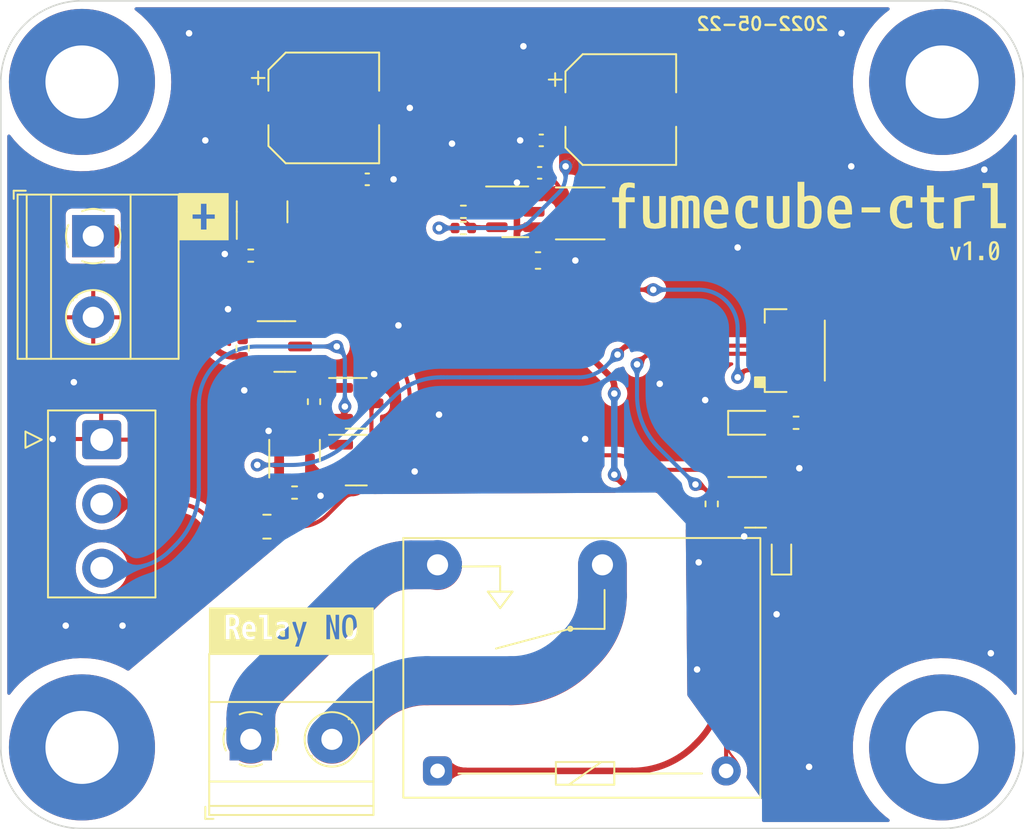
<source format=kicad_pcb>
(kicad_pcb (version 20211014) (generator pcbnew)
  (title_block (title "FumeCube-Ctrl") (date "2022-05-24") (rev "r1.0") (company "Greg Davill <greg.davill@gmail.com>") (comment 3 "OSHW: CERN OHL v1.2") (comment 4 "Relay board"))
  (layers (0 "F.Cu" signal) (31 "B.Cu" signal) (34 "B.Paste" user) (35 "F.Paste" user) (36 "B.SilkS" user "B.Silkscreen") (37 "F.SilkS" user "F.Silkscreen") (38 "B.Mask" user) (39 "F.Mask" user) (44 "Edge.Cuts" user))
  (net 0 "")
  (net 1 "GND")
  (net 2 "+12V")
  (net 3 "Net-(C4-Pad1)")
  (net 4 "Net-(C4-Pad2)")
  (net 5 "+3V3")
  (net 6 "Net-(D1-Pad2)")
  (net 7 "Net-(D4-Pad2)")
  (net 8 "Net-(J1-Pad1)")
  (net 9 "Net-(J2-Pad2)")
  (net 10 "/enable")
  (net 11 "/pwm")
  (net 12 "Net-(J4-Pad2)")
  (net 13 "Net-(Q1-Pad1)")
  (net 14 "Net-(Q3-Pad3)")
  (net 15 "Net-(Q4-Pad3)")
  (net 16 "Net-(R3-Pad2)")
  (net 17 "Net-(J2-Pad3)")
  (net 18 "Net-(J4-Pad1)")
  (footprint "lib:Hirose_FH34SRJ-6S-0.5SH_1x6-1MP_P0.50mm_Horizontal" (layer "F.Cu") (at 162.5 87.5 90)
    (fp_text reference "J3" hide)
    (fp_text value "Conn_01x06_MountingPin" hide)
  )
  (footprint "LED_SMD:LED_0603_1608Metric" (layer "F.Cu") (at 160.3 92)
    (fp_text reference "D4" hide)
    (fp_text value "LED_Filled" hide)
  )
  (footprint "Resistor_SMD:R_0805_2012Metric" (layer "F.Cu") (at 130.4 98.4 180)
    (fp_text reference "R9" hide)
    (fp_text value "100R" hide)
  )
  (footprint "Resistor_SMD:R_0402_1005Metric" (layer "F.Cu") (at 133.3 90.7 90)
    (fp_text reference "R7" hide)
    (fp_text value "4.7k" hide)
  )
  (footprint "Resistor_SMD:R_0402_1005Metric" (layer "F.Cu") (at 128.9 87.4 90)
    (fp_text reference "R8" hide)
    (fp_text value "4.7k" hide)
  )
  (footprint "Resistor_SMD:R_0402_1005Metric" (layer "F.Cu") (at 132.1 96.3)
    (fp_text reference "R6" hide)
    (fp_text value "4.7k" hide)
  )
  (footprint "Capacitor_SMD:C_0402_1005Metric" (layer "F.Cu") (at 147.3 74.6 180)
    (fp_text reference "C5" hide)
    (fp_text value "100nF" hide)
  )
  (footprint "Capacitor_SMD:C_0402_1005Metric" (layer "F.Cu") (at 147.2 76.6)
    (fp_text reference "C4" hide)
    (fp_text value "22nF" hide)
  )
  (footprint "Resistor_SMD:R_0402_1005Metric" (layer "F.Cu") (at 157.8 97 -90)
    (fp_text reference "R5" hide)
    (fp_text value "4.7k" hide)
  )
  (footprint "MountingHole:MountingHole_4.5mm_Pad" (layer "F.Cu") (at 119 71)
    (fp_text reference "H1" hide)
    (fp_text value "MountingHole_Pad" hide)
  )
  (footprint "Resistor_SMD:R_0402_1005Metric" (layer "F.Cu") (at 142.5 80)
    (fp_text reference "R4" hide)
    (fp_text value "100k" hide)
  )
  (footprint "Package_TO_SOT_SMD:SOT-23" (layer "F.Cu") (at 135.9 90.8)
    (fp_text reference "Q4" hide)
    (fp_text value "BSS84" hide)
  )
  (footprint "MountingHole:MountingHole_4.5mm_Pad" (layer "F.Cu") (at 119 112)
    (fp_text reference "H3" hide)
    (fp_text value "MountingHole_Pad" hide)
  )
  (footprint "Capacitor_SMD:C_0402_1005Metric" (layer "F.Cu") (at 136.58 77)
    (fp_text reference "C2" hide)
    (fp_text value "100n" hide)
  )
  (footprint "Diode_SMD:D_SOD-523" (layer "F.Cu") (at 162.1 100.2 90)
    (fp_text reference "D1" hide)
    (fp_text value "D_Filled" hide)
  )
  (footprint "MountingHole:MountingHole_4.5mm_Pad" (layer "F.Cu") (at 172 112)
    (fp_text reference "H4" hide)
    (fp_text value "MountingHole_Pad" hide)
  )
  (footprint "Connector_TE-Connectivity:TE_826576-3_1x03_P3.96mm_Vertical" (layer "F.Cu") (at 120.2175 93.04 -90)
    (fp_text reference "J2" hide)
    (fp_text value "Conn_01x03_Female" hide)
  )
  (footprint "lib:HF7520-012-HSTP" (layer "F.Cu") (at 149.8 107.1)
    (fp_text reference "K1" hide)
    (fp_text value "HF7520-012-HSTP" hide)
  )
  (footprint "Package_TO_SOT_SMD:SOT-23-6" (layer "F.Cu") (at 145.7 79)
    (fp_text reference "U1" hide)
    (fp_text value "MT2492" hide)
  )
  (footprint "Resistor_SMD:R_0402_1005Metric" (layer "F.Cu") (at 129.4 81.7)
    (fp_text reference "R2" hide)
    (fp_text value "4.7k" hide)
  )
  (footprint "Inductor_SMD:L_Taiyo-Yuden_NR-30xx" (layer "F.Cu") (at 149.7 79.1)
    (fp_text reference "L1" hide)
    (fp_text value "10uH" hide)
  )
  (footprint "TerminalBlock_Phoenix:TerminalBlock_Phoenix_MKDS-1,5-2_1x02_P5.00mm_Horizontal" (layer "F.Cu") (at 129.4 111.505)
    (fp_text reference "J4" hide)
    (fp_text value "Conn_01x02_Female" hide)
  )
  (footprint "kibuzzard-6289EB97" (layer "F.Cu") (at 131.9 104.8)
    (fp_text reference "kibuzzard-6289EB97" hide)
    (fp_text value "G***" hide)
  )
  (footprint "MountingHole:MountingHole_4.5mm_Pad" (layer "F.Cu") (at 172 71)
    (fp_text reference "H2" hide)
    (fp_text value "MountingHole_Pad" hide)
  )
  (footprint "Resistor_SMD:R_0402_1005Metric" (layer "F.Cu") (at 163 92 180)
    (fp_text reference "R1" hide)
    (fp_text value "4.7k" hide)
  )
  (footprint "Package_TO_SOT_SMD:SOT-23" (layer "F.Cu") (at 160.5 96.9)
    (fp_text reference "Q2" hide)
    (fp_text value "BSS123" hide)
  )
  (footprint "Package_TO_SOT_SMD:SOT-23" (layer "F.Cu") (at 131.5 87.3)
    (fp_text reference "Q6" hide)
    (fp_text value "BSS84" hide)
  )
  (footprint "kibuzzard-6289EB16" (layer "F.Cu") (at 163.8 78.6)
    (fp_text reference "kibuzzard-6289EB16" hide)
    (fp_text value "G***" hide)
  )
  (footprint "Package_TO_SOT_SMD:SOT-23" (layer "F.Cu") (at 132.1 93.7 90)
    (fp_text reference "Q3" hide)
    (fp_text value "BSS123" hide)
  )
  (footprint "kibuzzard-6289DEB3" (layer "F.Cu") (at 126.5 79.3)
    (fp_text reference "kibuzzard-6289DEB3" hide)
    (fp_text value "G***" hide)
  )
  (footprint "Capacitor_SMD:CP_Elec_6.3x4.5" (layer "F.Cu") (at 152.2 72.7)
    (fp_text reference "C6" hide)
    (fp_text value "47uF" hide)
  )
  (footprint "kibuzzard-6289EB2D" (layer "F.Cu") (at 174 81.4)
    (fp_text reference "kibuzzard-6289EB2D" hide)
    (fp_text value "G***" hide)
  )
  (footprint "Resistor_SMD:R_0402_1005Metric" (layer "F.Cu") (at 142.5 79 180)
    (fp_text reference "R3" hide)
    (fp_text value "22k" hide)
  )
  (footprint "lib:oshw_small" (layer "F.Cu") (at 127.2 70.075)
    (fp_text reference "G***" hide)
    (fp_text value "LOGO" hide)
  )
  (footprint "Package_TO_SOT_SMD:SOT-23" (layer "F.Cu") (at 130.1 79 90)
    (fp_text reference "Q1" hide)
    (fp_text value "BSS84" hide)
  )
  (footprint "lib:gsd_logo_small" (layer "F.Cu") (at 128.25 67.75)
    (fp_text reference "G***" hide)
    (fp_text value "LOGO" hide)
  )
  (footprint "Capacitor_SMD:C_0603_1608Metric" (layer "F.Cu") (at 147.1 82)
    (fp_text reference "C3" hide)
    (fp_text value "10uF" hide)
  )
  (footprint "TerminalBlock_Phoenix:TerminalBlock_Phoenix_MKDS-1,5-2_1x02_P5.00mm_Horizontal" (layer "F.Cu") (at 119.694999 80.5 -90)
    (fp_text reference "J1" hide)
    (fp_text value "Conn_01x02_Female" hide)
  )
  (footprint "Package_TO_SOT_SMD:SOT-23" (layer "F.Cu") (at 135.9 94.3)
    (fp_text reference "Q5" hide)
    (fp_text value "BSS123" hide)
  )
  (footprint "Capacitor_SMD:CP_Elec_6.3x4.5" (layer "F.Cu") (at 133.9 72.6)
    (fp_text reference "C1" hide)
    (fp_text value "47uF" hide)
  )
  (gr_arc (start 119 117) (mid 115.464466 115.535534) (end 113.999999 112) (layer "Edge.Cuts") (width 0.1))
  (gr_line (start 113.999999 112) (end 114 71) (layer "Edge.Cuts") (width 0.1))
  (gr_arc (start 176.999999 112) (mid 175.535533 115.535534) (end 171.999999 117) (layer "Edge.Cuts") (width 0.1))
  (gr_arc (start 172 66) (mid 175.535534 67.464466) (end 177 71) (layer "Edge.Cuts") (width 0.1))
  (gr_line (start 119 66) (end 172 66) (layer "Edge.Cuts") (width 0.1))
  (gr_line (start 177 71) (end 176.999999 112) (layer "Edge.Cuts") (width 0.1))
  (gr_arc (start 114 71) (mid 115.464466 67.464466) (end 119 66) (layer "Edge.Cuts") (width 0.1))
  (gr_line (start 171.999999 117) (end 119 117) (layer "Edge.Cuts") (width 0.1))
  (gr_text "2022-05-22" (at 160.925 67.425) (layer "F.SilkS") (effects (font (size 0.8 0.8)) (justify mirror)))
  (segment (start 144.88125 79) (end 144.721875 79) (width 0.25) (layer "F.Cu") (net 1))
  (segment (start 161.1 88.25) (end 162.15 88.25) (width 0.25) (layer "F.Cu") (net 1))
  (segment (start 163.075 89.675) (end 163 89.6) (width 0.25) (layer "F.Cu") (net 1))
  (segment (start 127.8 81.6) (end 127.85 81.65) (width 0.25) (layer "F.Cu") (net 1))
  (segment (start 127.97071 81.7) (end 128.89 81.7) (width 0.25) (layer "F.Cu") (net 1))
  (segment (start 163.950358 89.75) (end 163.661075 89.75) (width 0.25) (layer "F.Cu") (net 1))
  (segment (start 120.692498 85.5) (end 121.7 85.5) (width 0.25) (layer "F.Cu") (net 1))
  (segment (start 119.747499 83.2525) (end 119.8 83.2) (width 0.25) (layer "F.Cu") (net 1))
  (segment (start 159.5125 92) (end 158.2 92) (width 0.25) (layer "F.Cu") (net 1))
  (segment (start 161.1 86.75) (end 162.15 86.75) (width 0.25) (layer "F.Cu") (net 1))
  (segment (start 137.4 72.6) (end 139.2 72.6) (width 0.25) (layer "F.Cu") (net 1))
  (segment (start 159.8 99) (end 159.68125 98.88125) (width 0.25) (layer "F.Cu") (net 1))
  (segment (start 144.721875 79) (end 144.403125 79) (width 0.25) (layer "F.Cu") (net 1))
  (segment (start 154.85 70.85) (end 154.8 70.8) (width 0.25) (layer "F.Cu") (net 1))
  (segment (start 133.05 95.855) (end 133.05 94.73125) (width 0.25) (layer "F.Cu") (net 1))
  (segment (start 119.694999 86.497499) (end 119.694999 87.494999) (width 0.25) (layer "F.Cu") (net 1))
  (segment (start 155 72.87071) (end 155 74.2) (width 0.25) (layer "F.Cu") (net 1))
  (segment (start 120.19125 91.00875) (end 120.2 91) (width 0.25) (layer "F.Cu") (net 1))
  (segment (start 163.530891 89.75) (end 163.347674 89.75) (width 0.25) (layer "F.Cu") (net 1))
  (segment (start 164.1925 85.25) (end 163.76 85.25) (width 0.25) (layer "F.Cu") (net 1))
  (segment (start 165.575 89.775) (end 165.6 89.8) (width 0.25) (layer "F.Cu") (net 1))
  (segment (start 164.625 85.25) (end 164.879375 85.25) (width 0.25) (layer "F.Cu") (net 1))
  (segment (start 146 74.6) (end 146.82 74.6) (width 0.25) (layer "F.Cu") (net 1))
  (segment (start 164.802678 89.75) (end 164.239641 89.75) (width 0.25) (layer "F.Cu") (net 1))
  (segment (start 152.57071 72.7) (end 154.829289 72.7) (width 0.25) (layer "F.Cu") (net 1))
  (segment (start 134.283102 95.25) (end 134.9625 95.25) (width 0.25) (layer "F.Cu") (net 1))
  (segment (start 159.5625 98.594562) (end 159.5625 98.25625) (width 0.25) (layer "F.Cu") (net 1))
  (segment (start 138.2 77) (end 137.06 77) (width 0.25) (layer "F.Cu") (net 1))
  (segment (start 158.990416 97.85) (end 159.15625 97.85) (width 0.25) (layer "F.Cu") (net 1))
  (segment (start 120.1825 93.011715) (end 120.1825 91.029875) (width 0.25) (layer "F.Cu") (net 1))
  (segment (start 162.704375 85.25) (end 162.45 85.25) (width 0.25) (layer "F.Cu") (net 1))
  (segment (start 136.6 71.8) (end 136.6 71) (width 0.25) (layer "F.Cu") (net 1))
  (segment (start 121.926863 93.04) (end 120.210785 93.04) (width 0.25) (layer "F.Cu") (net 1))
  (segment (start 154.9 72.629289) (end 154.9 70.97071) (width 0.25) (layer "F.Cu") (net 1))
  (segment (start 165.193125 85.25) (end 165.35 85.25) (width 0.25) (layer "F.Cu") (net 1))
  (segment (start 163.347674 89.75) (end 163.256066 89.75) (width 0.25) (layer "F.Cu") (net 1))
  (segment (start 144.403125 79) (end 144.24375 79) (width 0.25) (layer "F.Cu") (net 1))
  (segment (start 161.1 86.25) (end 160.15 86.25) (width 0.25) (layer "F.Cu") (net 1))
  (segment (start 145.8 77.975735) (end 145.8 77.2) (width 0.25) (layer "F.Cu") (net 1))
  (segment (start 135.8 72.6) (end 134 72.6) (width 0.25) (layer "F.Cu") (net 1))
  (segment (start 165.193125 85.25) (end 164.879375 85.25) (width 0.25) (layer "F.Cu") (net 1))
  (segment (start 149.4 82) (end 147.875 82) (width 0.25) (layer "F.Cu") (net 1))
  (segment (start 133.046464 95.863535) (end 132.61 96.3) (width 0.25) (layer "F.Cu") (net 1))
  (segment (start 163.213125 85.25) (end 162.704375 85.25) (width 0.25) (layer "F.Cu") (net 1))
  (segment (start 163.530891 89.75) (end 163.661075 89.75) (width 0.25) (layer "F.Cu") (net 1))
  (segment (start 133.303791 94.703791) (end 133.54375 94.94375) (width 0.25) (layer "F.Cu") (net 1))
  (segment (start 163.213125 85.25) (end 163.76 85.25) (width 0.25) (layer "F.Cu") (net 1))
  (segment (start 152.45 72.65) (end 152.4 72.6) (width 0.25) (layer "F.Cu") (net 1))
  (segment (start 144.24375 79) (end 143.60625 79) (width 0.25) (layer "F.Cu") (net 1))
  (segment (start 136.6 73.4) (end 136.6 74.058578) (width 0.25) (layer "F.Cu") (net 1))
  (segment (start 117.65 85.55) (end 117.6 85.6) (width 0.25) (layer "F.Cu") (net 1))
  (segment (start 165.277322 89.75) (end 164.802678 89.75) (width 0.25) (layer "F.Cu") (net 1))
  (segment (start 122.12 93.12) (end 122.2 93.199999) (width 0.25) (layer "F.Cu") (net 1))
  (segment (start 118.697499 85.5) (end 117.77071 85.5) (width 0.25) (layer "F.Cu") (net 1))
  (segment (start 120.114216 93) (end 117.2 93) (width 0.25) (layer "F.Cu") (net 1))
  (segment (start 164.625 85.25) (end 164.1925 85.25) (width 0.25) (layer "F.Cu") (net 1))
  (segment (start 164.239641 89.75) (end 163.950358 89.75) (width 0.25) (layer "F.Cu") (net 1))
  (segment (start 158.169583 97.51) (end 157.8 97.51) (width 0.25) (layer "F.Cu") (net 1))
  (segment (start 119.694999 83.379247) (end 119.694999 84.5025) (width 0.25) (layer "F.Cu") (net 1))
  (segment (start 133.063535 95.863535) (end 133.7 96.5) (width 0.25) (layer "F.Cu") (net 1))
  (segment (start 143.60625 79) (end 143.01 79) (width 0.25) (layer "F.Cu") (net 1))
  (segment (start 154.97071 72.7) (end 157.7 72.7) (width 0.25) (layer "F.Cu") (net 1))
  (segment (start 136.5 74.3) (end 136.4 74.4) (width 0.25) (layer "F.Cu") (net 1))
  (segment (start 165.277322 89.75) (end 165.514644 89.75) (width 0.25) (layer "F.Cu") (net 1))
  (segment (start 145.499999 78.699999) (end 145.42539 78.774609) (width 0.25) (layer "F.Cu") (net 1))
  (via (at 165.8 68) (size 0.8) (drill 0.4) (layers "F.Cu" "B.Cu") (net 1))
  (via (at 126.6 74.6) (size 0.8) (drill 0.4) (layers "F.Cu" "B.Cu") (net 1))
  (via (at 157 100.6) (size 0.8) (drill 0.4) (layers "F.Cu" "B.Cu") (net 1))
  (via (at 139.2 72.6) (size 0.8) (drill 0.4) (layers "F.Cu" "B.Cu") (net 1))
  (via (at 166.4 76.2) (size 0.8) (drill 0.4) (layers "F.Cu" "B.Cu") (net 1))
  (via (at 128 85) (size 0.8) (drill 0.4) (layers "F.Cu" "B.Cu") (net 1))
  (via (at 146.2 68.8) (size 0.8) (drill 0.4) (layers "F.Cu" "B.Cu") (net 1))
  (via (at 121.5 104.5) (size 0.8) (drill 0.4) (layers "F.Cu" "B.Cu") (net 1))
  (via (at 141 91.5) (size 0.8) (drill 0.4) (layers "F.Cu" "B.Cu") (net 1))
  (via (at 137 89) (size 0.8) (drill 0.4) (layers "F.Cu" "B.Cu") (net 1))
  (via (at 149.4 82) (size 0.8) (drill 0.4) (layers "F.Cu" "B.Cu") (net 1))
  (via (at 161.8 103.8) (size 0.8) (drill 0.4) (layers "F.Cu" "B.Cu") (net 1))
  (via (at 127.8 81.6) (size 0.8) (drill 0.4) (layers "F.Cu" "B.Cu") (net 1))
  (via (at 156.9 107.2) (size 0.8) (drill 0.4) (layers "F.Cu" "B.Cu") (net 1))
  (via (at 174.6 76.4) (size 0.8) (drill 0.4) (layers "F.Cu" "B.Cu") (net 1))
  (via (at 175 106.2) (size 0.8) (drill 0.4) (layers "F.Cu" "B.Cu") (net 1))
  (via (at 138.5 86) (size 0.8) (drill 0.4) (layers "F.Cu" "B.Cu") (net 1))
  (via (at 133.7 96.5) (size 0.8) (drill 0.4) (layers "F.Cu" "B.Cu") (net 1))
  (via (at 150 93) (size 0.8) (drill 0.4) (layers "F.Cu" "B.Cu") (net 1))
  (via (at 118.5 89.5) (size 0.8) (drill 0.4) (layers "F.Cu" "B.Cu") (net 1))
  (via (at 117.2 93) (size 0.8) (drill 0.4) (layers "F.Cu" "B.Cu") (net 1))
  (via (at 146 74.6) (size 0.8) (drill 0.4) (layers "F.Cu" "B.Cu") (net 1))
  (via (at 129 90) (size 0.8) (drill 0.4) (layers "F.Cu" "B.Cu") (net 1))
  (via (at 154.6 89.6) (size 0.8) (drill 0.4) (layers "F.Cu" "B.Cu") (net 1))
  (via (at 125.6 68) (size 0.8) (drill 0.4) (layers "F.Cu" "B.Cu") (net 1))
  (via (at 139.5 95) (size 0.8) (drill 0.4) (layers "F.Cu" "B.Cu") (net 1))
  (via (at 138.2 77) (size 0.8) (drill 0.4) (layers "F.Cu" "B.Cu") (net 1))
  (via (at 163.8 113.2) (size 0.8) (drill 0.4) (layers "F.Cu" "B.Cu") (net 1))
  (via (at 145.8 77.2) (size 0.8) (drill 0.4) (layers "F.Cu" "B.Cu") (net 1))
  (via (at 159.8 99) (size 0.8) (drill 0.4) (layers "F.Cu" "B.Cu") (net 1))
  (via (at 163.2 94.8) (size 0.8) (drill 0.4) (layers "F.Cu" "B.Cu") (net 1))
  (via (at 118 104.5) (size 0.8) (drill 0.4) (layers "F.Cu" "B.Cu") (net 1))
  (via (at 159.4 81.2) (size 0.8) (drill 0.4) (layers "F.Cu" "B.Cu") (net 1))
  (via (at 157.4 90.6) (size 0.8) (drill 0.4) (layers "F.Cu" "B.Cu") (net 1))
  (via (at 130.5 92.5) (size 0.8) (drill 0.4) (layers "F.Cu" "B.Cu") (net 1))
  (via (at 141.8 74.8) (size 0.8) (drill 0.4) (layers "F.Cu" "B.Cu") (net 1))
  (arc (start 127.97071 81.7) (mid 127.905382 81.687005) (end 127.85 81.65) (width 0.25) (layer "F.Cu") (net 1))
  (arc (start 154.97071 72.7) (mid 154.92071 72.679289) (end 154.9 72.629289) (width 0.25) (layer "F.Cu") (net 1))
  (arc (start 120.1825 93.011715) (mid 120.190785 93.031716) (end 120.210785 93.04) (width 0.25) (layer "F.Cu") (net 1))
  (arc (start 159.5625 98.594562) (mid 159.593362 98.749716) (end 159.68125 98.88125) (width 0.25) (layer "F.Cu") (net 1))
  (arc (start 165.575 89.775) (mid 165.547308 89.756497) (end 165.514644 89.75) (width 0.25) (layer "F.Cu") (net 1))
  (arc (start 136.6 71.8) (mid 136.834314 72.365685) (end 137.4 72.6) (width 0.25) (layer "F.Cu") (net 1))
  (arc (start 136.6 73.4) (mid 136.365685 72.834314) (end 135.8 72.6) (width 0.25) (layer "F.Cu") (net 1))
  (arc (start 163.075 89.675) (mid 163.158073 89.730508) (end 163.256066 89.75) (width 0.25) (layer "F.Cu") (net 1))
  (arc (start 133.063535 95.863535) (mid 133.059619 95.860918) (end 133.055 95.86) (width 0.25) (layer "F.Cu") (net 1))
  (arc (start 118.697499 85.5) (mid 119.402838 85.207839) (end 119.694999 84.5025) (width 0.25) (layer "F.Cu") (net 1))
  (arc (start 154.97071 72.7) (mid 154.94365 72.71808) (end 154.95 72.75) (width 0.25) (layer "F.Cu") (net 1))
  (arc (start 135.8 72.6) (mid 136.365685 72.365685) (end 136.6 71.8) (width 0.25) (layer "F.Cu") (net 1))
  (arc (start 120.692498 85.5) (mid 119.987159 85.207839) (end 119.694999 84.5025) (width 0.25) (layer "F.Cu") (net 1))
  (arc (start 122.12 93.12) (mid 122.031388 93.060792) (end 121.926863 93.04) (width 0.25) (layer "F.Cu") (net 1))
  (arc (start 120.210785 93.04) (mid 120.184655 93.034803) (end 120.1625 93.02) (width 0.25) (layer "F.Cu") (net 1))
  (arc (start 133.14375 94.6375) (mid 133.077458 94.664958) (end 133.05 94.73125) (width 0.25) (layer "F.Cu") (net 1))
  (arc (start 158.58 97.68) (mid 158.391699 97.554181) (end 158.169583 97.51) (width 0.25) (layer "F.Cu") (net 1))
  (arc (start 159.5625 98.25625) (mid 159.443512 97.968987) (end 159.15625 97.85) (width 0.25) (layer "F.Cu") (net 1))
  (arc (start 119.747499 83.2525) (mid 119.708643 83.310652) (end 119.694999 83.379247) (width 0.25) (layer "F.Cu") (net 1))
  (arc (start 154.9 70.97071) (mid 154.887005 70.905382) (end 154.85 70.85) (width 0.25) (layer "F.Cu") (net 1))
  (arc (start 134.283102 95.25) (mid 133.882967 95.170408) (end 133.54375 94.94375) (width 0.25) (layer "F.Cu") (net 1))
  (arc (start 117.65 85.55) (mid 117.705382 85.512994) (end 117.77071 85.5) (width 0.25) (layer "F.Cu") (net 1))
  (arc (start 158.990416 97.85) (mid 158.7683 97.805818) (end 158.58 97.68) (width 0.25) (layer "F.Cu") (net 1))
  (arc (start 133.046464 95.863535) (mid 133.049081 95.859619) (end 133.05 95.855) (width 0.25) (layer "F.Cu") (net 1))
  (arc (start 133.05 95.855) (mid 133.051464 95.858535) (end 133.055 95.86) (width 0.25) (layer "F.Cu") (net 1))
  (arc (start 120.19125 91.00875) (mid 120.184775 91.018443) (end 120.1825 91.029875) (width 0.25) (layer "F.Cu") (net 1))
  (arc (start 119.694999 86.497499) (mid 119.987159 85.79216) (end 120.692498 85.5) (width 0.25) (layer "F.Cu") (net 1))
  (arc (start 119.694999 86.497499) (mid 119.402838 85.79216) (end 118.697499 85.5) (width 0.25) (layer "F.Cu") (net 1))
  (arc (start 120.1825 93.011715) (mid 120.175268 93.02254) (end 120.1625 93.02) (width 0.25) (layer "F.Cu") (net 1))
  (arc (start 120.114216 93) (mid 120.140348 93.005199) (end 120.1625 93.02) (width 0.25) (layer "F.Cu") (net 1))
  (arc (start 136.6 73.4) (mid 136.834314 72.834314) (end 137.4 72.6) (width 0.25) (layer "F.Cu") (net 1))
  (arc (start 136.5 74.3) (mid 136.57401 74.189234) (end 136.6 74.058578) (width 0.25) (layer "F.Cu") (net 1))
  (arc (start 145.8 77.975735) (mid 145.722032 78.367704) (end 145.499999 78.699999) (width 0.25) (layer "F.Cu") (net 1))
  (arc (start 152.45 72.65) (mid 152.505382 72.687005) (end 152.57071 72.7) (width 0.25) (layer "F.Cu") (net 1))
  (arc (start 154.95 72.75) (mid 154.987005 72.805382) (end 155 72.87071) (width 0.25) (layer "F.Cu") (net 1))
  (arc (start 154.95 72.75) (mid 154.894617 72.712994) (end 154.829289 72.7) (width 0.25) (layer "F.Cu") (net 1))
  (arc (start 144.88125 79) (mid 145.175736 78.941422) (end 145.42539 78.774609) (width 0.25) (layer "F.Cu") (net 1))
  (arc (start 133.303791 94.703791) (mid 133.230363 94.654728) (end 133.14375 94.6375) (width 0.25) (layer "F.Cu") (net 1))
  (arc (start 133.046464 95.863535) (mid 133.05038 95.860918) (end 133.055 95.86) (width 0.25) (layer "F.Cu") (net 1))
  (arc (start 154.9 72.629289) (mid 154.879289 72.679289) (end 154.829289 72.7) (width 0.25) (layer "F.Cu") (net 1))
  (segment (start 145.8 76.141421) (end 145.8 77.2) (width 0.25) (layer "B.Cu") (net 1))
  (segment (start 146 74.6) (end 146 75.658578) (width 0.25) (layer "B.Cu") (net 1))
  (arc (start 145.9 75.9) (mid 145.97401 75.789234) (end 146 75.658578) (width 0.25) (layer "B.Cu") (net 1))
  (arc (start 145.9 75.9) (mid 145.825989 76.010764) (end 145.8 76.141421) (width 0.25) (layer "B.Cu") (net 1))
  (segment (start 152.896036 113.45) (end 140.91 113.45) (width 0.4) (layer "F.Cu") (net 2))
  (segment (start 145.6 81.3) (end 146.291161 81.991161) (width 0.4) (layer "F.Cu") (net 2))
  (segment (start 132.8 76.8) (end 132.4 76.4) (width 0.4) (layer "F.Cu") (net 2))
  (segment (start 131.681976 77.518023) (end 132.399999 76.799999) (width 0.4) (layer "F.Cu") (net 2))
  (segment (start 151.8 90.2) (end 151.8 89.8) (width 0.4) (layer "F.Cu") (net 2))
  (segment (start 145.8 80.023223) (end 145.8 79.341421) (width 0.4) (layer "F.Cu") (net 2))
  (segment (start 146.325 82.9625) (end 146.325 82.0125) (width 0.4) (layer "F.Cu") (net 2))
  (segment (start 155.442462 96.742462) (end 159.9 101.2) (width 0.4) (layer "F.Cu") (net 2))
  (segment (start 145.8 80.376776) (end 145.8 80.45) (width 0.4) (layer "F.Cu") (net 2))
  (segment (start 161.224264 100.9) (end 162.1 100.9) (width 0.4) (layer "F.Cu") (net 2))
  (segment (start 133 77.7) (end 133 77.282842) (width 0.4) (layer "F.Cu") (net 2))
  (segment (start 146.226776 79.95) (end 146.8375 79.95) (width 0.4) (layer "F.Cu") (net 2))
  (segment (start 129.480416 88.25) (end 130.5625 88.25) (width 0.4) (layer "F.Cu") (net 2))
  (segment (start 126.6 85.589949) (end 126.6 86.015111) (width 0.4) (layer "F.Cu") (net 2))
  (segment (start 129.257537 83.2) (end 128.989949 83.2) (width 0.4) (layer "F.Cu") (net 2))
  (segment (start 160.5 101.2) (end 159.9 101.8) (width 0.4) (layer "F.Cu") (net 2))
  (segment (start 128.659583 87.91) (end 128.305 87.91) (width 0.4) (layer "F.Cu") (net 2))
  (segment (start 131.05 79.04375) (end 131.05 80.254962) (width 0.4) (layer "F.Cu") (net 2))
  (segment (start 131.05 81.407537) (end 131.05 81.263465) (width 0.4) (layer "F.Cu") (net 2))
  (segment (start 131.9 75.9) (end 132.4 76.4) (width 0.4) (layer "F.Cu") (net 2))
  (segment (start 152.2 95.6) (end 151.8 95.2) (width 0.4) (layer "F.Cu") (net 2))
  (segment (start 145.8 80.023223) (end 145.8 80.376776) (width 0.4) (layer "F.Cu") (net 2))
  (segment (start 158.5 104.402081) (end 158.5 107.846036) (width 0.4) (layer "F.Cu") (net 2))
  (segment (start 131.05 80.831249) (end 131.05 80.975321) (width 0.4) (layer "F.Cu") (net 2))
  (segment (start 156.743792 111.856206) (end 156.906207 111.693792) (width 0.4) (layer "F.Cu") (net 2))
  (segment (start 145.6 80.9) (end 145.623223 80.876776) (width 0.4) (layer "F.Cu") (net 2))
  (segment (start 137.609188 81.1) (end 145.117157 81.1) (width 0.4) (layer "F.Cu") (net 2))
  (segment (start 151.517157 89.117157) (end 147.00559 84.60559) (width 0.4) (layer "F.Cu") (net 2))
  (segment (start 133.282842 77) (end 136.1 77) (width 0.4) (layer "F.Cu") (net 2))
  (segment (start 146.141421 79) (end 146.8375 79) (width 0.4) (layer "F.Cu") (net 2))
  (segment (start 131.05 80.254962) (end 131.05 80.831249) (width 0.4) (layer "F.Cu") (net 2))
  (segment (start 131.2 74.21005) (end 131.2 72.6) (width 0.4) (layer "F.Cu") (net 2))
  (segment (start 153.65 96) (end 153.165685 96) (width 0.4) (layer "F.Cu") (net 2))
  (segment (start 134.35 79.75) (end 133.494974 78.894974) (width 0.4) (layer "F.Cu") (net 2))
  (segment (start 159.35 102.35) (end 159.9 101.8) (width 0.4) (layer "F.Cu") (net 2))
  (segment (start 131.05 80.975321) (end 131.05 81.263465) (width 0.4) (layer "F.Cu") (net 2))
  (segment (start 127.289271 87.489271) (end 127.155 87.355) (width 0.4) (layer "F.Cu") (net 2))
  (via (at 151.8 90.2) (size 0.8) (drill 0.4) (layers "F.Cu" "B.Cu") (net 2))
  (via (at 151.8 95.2) (size 0.8) (drill 0.4) (layers "F.Cu" "B.Cu") (net 2))
  (arc (start 134.35 79.75) (mid 135.845328 80.749146) (end 137.609188 81.1) (width 0.4) (layer "F.Cu") (net 2))
  (arc (start 159.35 102.35) (mid 158.720907 103.291502) (end 158.5 104.402081) (width 0.4) (layer "F.Cu") (net 2))
  (arc (start 131.9 75.9) (mid 131.381924 75.124644) (end 131.2 74.21005) (width 0.4) (layer "F.Cu") (net 2))
  (arc (start 130.525 82.675) (mid 129.943483 83.063556) (end 129.257537 83.2) (width 0.4) (layer "F.Cu") (net 2))
  (arc (start 132.8 76.8) (mid 132.948021 77.021529) (end 133 77.282842) (width 0.4) (layer "F.Cu") (net 2))
  (arc (start 146.325 82.0125) (mid 146.321338 82.003661) (end 146.3125 82) (width 0.4) (layer "F.Cu") (net 2))
  (arc (start 145.8 80.376776) (mid 145.832486 80.213456) (end 145.925 80.075) (width 0.4) (layer "F.Cu") (net 2))
  (arc (start 145.8 79.341421) (mid 145.825989 79.210764) (end 145.9 79.1) (width 0.4) (layer "F.Cu") (net 2))
  (arc (start 132.8 76.8) (mid 132.599999 76.717156) (end 132.399999 76.799999) (width 0.4) (layer "F.Cu") (net 2))
  (arc (start 159.9 101.2) (mid 160.024264 101.5) (end 159.9 101.8) (width 0.4) (layer "F.Cu") (net 2))
  (arc (start 146.226776 79.95) (mid 146.063456 79.982486) (end 145.925 80.075) (width 0.4) (layer "F.Cu") (net 2))
  (arc (start 145.623223 80.876776) (mid 145.754057 80.680969) (end 145.8 80.45) (width 0.4) (layer "F.Cu") (net 2))
  (arc (start 145.6 81.3) (mid 145.517157 81.1) (end 145.6 80.9) (width 0.4) (layer "F.Cu") (net 2))
  (arc (start 161.224264 100.9) (mid 160.832295 100.977967) (end 160.5 101.2) (width 0.4) (layer "F.Cu") (net 2))
  (arc (start 145.6 80.9) (mid 145.378469 81.048021) (end 145.117157 81.1) (width 0.4) (layer "F.Cu") (net 2))
  (arc (start 128.659583 87.91) (mid 128.881699 87.954181) (end 129.07 88.08) (width 0.4) (layer "F.Cu") (net 2))
  (arc (start 127.3 83.9) (mid 128.075355 83.381924) (end 128.989949 83.2) (width 0.4) (layer "F.Cu") (net 2))
  (arc (start 146.3125 82) (mid 146.300951 81.997702) (end 146.291161 81.991161) (width 0.4) (layer "F.Cu") (net 2))
  (arc (start 145.8 80.023223) (mid 145.845201 80.090872) (end 145.925 80.075) (width 0.4) (layer "F.Cu") (net 2))
  (arc (start 127.289271 87.489271) (mid 127.755291 87.800656) (end 128.305 87.91) (width 0.4) (layer "F.Cu") (net 2))
  (arc (start 129.480416 88.25) (mid 129.2583 88.205818) (end 129.07 88.08) (width 0.4) (layer "F.Cu") (net 2))
  (arc (start 155.442462 96.742462) (mid 154.620073 96.192959) (end 153.65 96) (width 0.4) (layer "F.Cu") (net 2))
  (arc (start 146.141421 79) (mid 146.010764 79.025989) (end 145.9 79.1) (width 0.4) (layer "F.Cu") (net 2))
  (arc (start 152.2 95.6) (mid 152.64306 95.896043) (end 153.165685 96) (width 0.4) (layer "F.Cu") (net 2))
  (arc (start 133.282842 77) (mid 133.082842 77.082842) (end 133 77.282842) (width 0.4) (layer "F.Cu") (net 2))
  (arc (start 126.6 86.015111) (mid 126.744239 86.740253) (end 127.155 87.355) (width 0.4) (layer "F.Cu") (net 2))
  (arc (start 146.325 82.9625) (mid 146.501879 83.851733) (end 147.00559 84.60559) (width 0.4) (layer "F.Cu") (net 2))
  (arc (start 156.906207 111.693792) (mid 158.085786 109.928426) (end 158.5 107.846036) (width 0.4) (layer "F.Cu") (net 2))
  (arc (start 145.6 81.3) (mid 145.378469 81.151978) (end 145.117157 81.1) (width 0.4) (layer "F.Cu") (net 2))
  (arc (start 151.8 89.8) (mid 151.726491 89.430448) (end 151.517157 89.117157) (width 0.4) (layer "F.Cu") (net 2))
  (arc (start 160.5 101.2) (mid 160.2 101.324264) (end 159.9 101.2) (width 0.4) (layer "F.Cu") (net 2))
  (arc (start 130.525 82.675) (mid 130.913556 82.093483) (end 131.05 81.407537) (width 0.4) (layer "F.Cu") (net 2))
  (arc (start 133 77.7) (mid 133.128639 78.346715) (end 133.494974 78.894974) (width 0.4) (layer "F.Cu") (net 2))
  (arc (start 131.05 79.04375) (mid 131.214245 78.218032) (end 131.681976 77.518023) (width 0.4) (layer "F.Cu") (net 2))
  (arc (start 132.399999 76.799999) (mid 132.482842 76.599999) (end 132.4 76.4) (width 0.4) (layer "F.Cu") (net 2))
  (arc (start 156.743792 111.856206) (mid 154.978426 113.035786) (end 152.896036 113.45) (width 0.4) (layer "F.Cu") (net 2))
  (arc (start 133.282842 77) (mid 133.021529 76.948021) (end 132.8 76.8) (width 0.4) (layer "F.Cu") (net 2))
  (arc (start 126.6 85.589949) (mid 126.781924 84.675355) (end 127.3 83.9) (width 0.4) (layer "F.Cu") (net 2))
  (segment (start 151.8 95.2) (end 151.8 90.2) (width 0.4) (layer "B.Cu") (net 2))
  (segment (start 144.6 77.985983) (end 144.6 77.424264) (width 0.25) (layer "F.Cu") (net 3))
  (segment (start 146.557573 76.557573) (end 146.5 76.5) (width 0.25) (layer "F.Cu") (net 3))
  (segment (start 144.58125 78.03125) (end 144.5625 78.05) (width 0.25) (layer "F.Cu") (net 3))
  (segment (start 146.66 76.6) (end 146.72 76.6) (width 0.25) (layer "F.Cu") (net 3))
  (segment (start 145.624264 76.4) (end 146.258578 76.4) (width 0.25) (layer "F.Cu") (net 3))
  (arc (start 146.66 76.6) (mid 146.604567 76.588973) (end 146.557573 76.557573) (width 0.25) (layer "F.Cu") (net 3))
  (arc (start 145.624264 76.4) (mid 145.232295 76.477967) (end 144.9 76.7) (width 0.25) (layer "F.Cu") (net 3))
  (arc (start 144.6 77.985983) (mid 144.595127 78.010481) (end 144.58125 78.03125) (width 0.25) (layer "F.Cu") (net 3))
  (arc (start 144.6 77.424264) (mid 144.677967 77.032295) (end 144.9 76.7) (width 0.25) (layer "F.Cu") (net 3))
  (arc (start 146.258578 76.4) (mid 146.389234 76.425989) (end 146.5 76.5) (width 0.25) (layer "F.Cu") (net 3))
  (segment (start 147.708284 76.708284) (end 148.14 77.14) (width 0.25) (layer "F.Cu") (net 4))
  (segment (start 147.68 76.64) (end 147.68 76.6) (width 0.25) (layer "F.Cu") (net 4))
  (segment (start 148.6 78.7) (end 148.6 78.250538) (width 0.25) (layer "F.Cu") (net 4))
  (segment (start 148.6 78.476776) (end 148.6 78.7) (width 0.25) (layer "F.Cu") (net 4))
  (segment (start 148.173223 78.05) (end 146.8375 78.05) (width 0.25) (layer "F.Cu") (net 4))
  (arc (start 148.173223 78.05) (mid 148.336543 78.082486) (end 148.475 78.175) (width 0.25) (layer "F.Cu") (net 4))
  (arc (start 148.6 78.7) (mid 148.6 78.7) (end 148.6 78.7) (width 0.25) (layer "F.Cu") (net 4))
  (arc (start 148.6 78.476776) (mid 148.567513 78.313456) (end 148.475 78.175) (width 0.25) (layer "F.Cu") (net 4))
  (arc (start 148.14 77.14) (mid 148.480449 77.649519) (end 148.6 78.250538) (width 0.25) (layer "F.Cu") (net 4))
  (arc (start 147.708284 76.708284) (mid 147.68735 76.676955) (end 147.68 76.64) (width 0.25) (layer "F.Cu") (net 4))
  (segment (start 148.646446 74.6) (end 147.78 74.6) (width 0.25) (layer "F.Cu") (net 5))
  (segment (start 149.5 75.005025) (end 149.5 74.453553) (width 0.25) (layer "F.Cu") (net 5))
  (segment (start 159.4 89.2) (end 159.625 88.975) (width 0.25) (layer "F.Cu") (net 5))
  (segment (start 161.524999 88.75) (end 161.276776 88.75) (width 0.25) (layer "F.Cu") (net 5))
  (segment (start 161.164644 88.75) (end 160.692157 88.75) (width 0.25) (layer "F.Cu") (net 5))
  (segment (start 150.8 80.372792) (end 150.8 78.980762) (width 0.25) (layer "F.Cu") (net 5))
  (segment (start 150.8 80.549999) (end 150.8 80.594301) (width 0.25) (layer "F.Cu") (net 5))
  (segment (start 161.524999 88.75) (end 161.587055 88.75) (width 0.25) (layer "F.Cu") (net 5))
  (segment (start 161.276776 88.75) (end 161.164644 88.75) (width 0.25) (layer "F.Cu") (net 5))
  (segment (start 150.8 77.65) (end 150.8 78.980762) (width 0.25) (layer "F.Cu") (net 5))
  (segment (start 151.7 82.9) (end 152.034314 83.234314) (width 0.25) (layer "F.Cu") (net 5))
  (segment (start 150.15 74.75) (end 149.75 74.35) (width 0.25) (layer "F.Cu") (net 5))
  (segment (start 150.8 80.594301) (end 150.8 80.682905) (width 0.25) (layer "F.Cu") (net 5))
  (segment (start 150.8 76.319238) (end 150.8 76.651928) (width 0.25) (layer "F.Cu") (net 5))
  (segment (start 160.548299 88.75) (end 160.294898 88.75) (width 0.25) (layer "F.Cu") (net 5))
  (segment (start 149.5 73.746446) (end 149.5 72.7) (width 0.25) (layer "F.Cu") (net 5))
  (segment (start 162.2 89.5) (end 162.2 89.176776) (width 0.25) (layer "F.Cu") (net 5))
  (segment (start 162.553553 90.353553) (end 163.266048 91.066048) (width 0.25) (layer "F.Cu") (net 5))
  (segment (start 161.773223 88.75) (end 161.711167 88.75) (width 0.25) (layer "F.Cu") (net 5))
  (segment (start 149.15 75.85) (end 148.8 76.2) (width 0.25) (layer "F.Cu") (net 5))
  (segment (start 141 80) (end 141.99 80) (width 0.25) (layer "F.Cu") (net 5))
  (segment (start 161.711167 88.75) (end 161.587055 88.75) (width 0.25) (layer "F.Cu") (net 5))
  (segment (start 163.51 91.655) (end 163.51 92) (width 0.25) (layer "F.Cu") (net 5))
  (segment (start 154.2 83.8) (end 153.4 83.8) (width 0.25) (layer "F.Cu") (net 5))
  (segment (start 150.8 77.65) (end 150.8 77.317309) (width 0.25) (layer "F.Cu") (net 5))
  (segment (start 160.168198 88.75) (end 160.294898 88.75) (width 0.25) (layer "F.Cu") (net 5))
  (segment (start 150.8 80.727207) (end 150.8 80.682905) (width 0.25) (layer "F.Cu") (net 5))
  (segment (start 150.8 80.372792) (end 150.8 80.549999) (width 0.25) (layer "F.Cu") (net 5))
  (segment (start 150.8 76.651928) (end 150.8 77.317309) (width 0.25) (layer "F.Cu") (net 5))
  (segment (start 160.692157 88.75) (end 160.548299 88.75) (width 0.25) (layer "F.Cu") (net 5))
  (via (at 154.2 83.8) (size 0.8) (drill 0.4) (layers "F.Cu" "B.Cu") (net 5))
  (via (at 159.4 89.2) (size 0.8) (drill 0.4) (layers "F.Cu" "B.Cu") (net 5))
  (via (at 148.8 76.2) (size 0.8) (drill 0.4) (layers "F.Cu" "B.Cu") (net 5))
  (via (at 141 80) (size 0.8) (drill 0.4) (layers "F.Cu" "B.Cu") (net 5))
  (arc (start 162.075 88.875) (mid 162.167513 89.013456) (end 162.2 89.176776) (width 0.25) (layer "F.Cu") (net 5))
  (arc (start 150.8 80.727207) (mid 151.033902 81.903114) (end 151.7 82.9) (width 0.25) (layer "F.Cu") (net 5))
  (arc (start 149.5 73.746446) (mid 149.564972 74.073087) (end 149.75 74.35) (width 0.25) (layer "F.Cu") (net 5))
  (arc (start 150.15 74.75) (mid 150.63107 75.469972) (end 150.8 76.319238) (width 0.25) (layer "F.Cu") (net 5))
  (arc (start 149.5 75.005025) (mid 149.409037 75.462322) (end 149.15 75.85) (width 0.25) (layer "F.Cu") (net 5))
  (arc (start 160.168198 88.75) (mid 159.874221 88.808475) (end 159.625 88.975) (width 0.25) (layer "F.Cu") (net 5))
  (arc (start 148.646446 74.6) (mid 148.973087 74.535027) (end 149.25 74.35) (width 0.25) (layer "F.Cu") (net 5))
  (arc (start 152.034314 83.234314) (mid 152.660896 83.652982) (end 153.4 83.8) (width 0.25) (layer "F.Cu") (net 5))
  (arc (start 162.075 88.875) (mid 161.936543 88.782486) (end 161.773223 88.75) (width 0.25) (layer "F.Cu") (net 5))
  (arc (start 149.5 73.746446) (mid 149.435027 74.073087) (end 149.25 74.35) (width 0.25) (layer "F.Cu") (net 5))
  (arc (start 162.2 89.5) (mid 162.291885 89.961939) (end 162.553553 90.353553) (width 0.25) (layer "F.Cu") (net 5))
  (arc (start 149.5 74.453553) (mid 149.409596 74.318254) (end 149.25 74.35) (width 0.25) (layer "F.Cu") (net 5))
  (arc (start 149.5 74.453553) (mid 149.590403 74.318254) (end 149.75 74.35) (width 0.25) (layer "F.Cu") (net 5))
  (arc (start 163.51 91.655) (mid 163.446598 91.336261) (end 163.266048 91.066048) (width 0.25) (layer "F.Cu") (net 5))
  (segment (start 148.8 76.8) (end 148.8 76.2) (width 0.25) (layer "B.Cu") (net 5))
  (segment (start 146.6 79.6) (end 146.799999 79.399999) (width 0.25) (layer "B.Cu") (net 5))
  (segment (start 147.199998 78.999998) (end 146.799999 79.399999) (width 0.25) (layer "B.Cu") (net 5))
  (segment (start 145.634314 80) (end 141 80) (width 0.25) (layer "B.Cu") (net 5))
  (segment (start 157.01005 83.8) (end 154.2 83.8) (width 0.25) (layer "B.Cu") (net 5))
  (segment (start 159.4 89.2) (end 159.4 86.189949) (width 0.25) (layer "B.Cu") (net 5))
  (segment (start 148.375735 77.824264) (end 148.087867 78.112131) (width 0.25) (layer "B.Cu") (net 5))
  (segment (start 147.199998 78.999998) (end 147.512131 78.687866) (width 0.25) (layer "B.Cu") (net 5))
  (segment (start 148.087867 78.112131) (end 147.512131 78.687866) (width 0.25) (layer "B.Cu") (net 5))
  (arc (start 158.7 84.5) (mid 157.924644 83.981924) (end 157.01005 83.8) (width 0.25) (layer "B.Cu") (net 5))
  (arc (start 148.8 76.8) (mid 148.689737 77.354327) (end 148.375735 77.824264) (width 0.25) (layer "B.Cu") (net 5))
  (arc (start 146.6 79.6) (mid 146.156939 79.896043) (end 145.634314 80) (width 0.25) (layer "B.Cu") (net 5))
  (arc (start 158.7 84.5) (mid 159.218075 85.275355) (end 159.4 86.189949) (width 0.25) (layer "B.Cu") (net 5))
  (segment (start 130.180662 86.35) (end 130.326728 86.35) (width 0.25) (layer "F.Cu") (net 6))
  (segment (start 139.2 90.532411) (end 139.2 90.55) (width 0.25) (layer "F.Cu") (net 6))
  (segment (start 161.66875 96.9) (end 161.758578 96.9) (width 0.25) (layer "F.Cu") (net 6))
  (segment (start 143.638477 94.9) (end 148.863603 94.9) (width 0.25) (layer "F.Cu") (net 6))
  (segment (start 151.963603 94) (end 151.036396 94) (width 0.25) (layer "F.Cu") (net 6))
  (segment (start 158.69 111.170624) (end 158.69 113.45) (width 0.25) (layer "F.Cu") (net 6))
  (segment (start 162.1 99.2) (end 162.1 97.241421) (width 0.25) (layer "F.Cu") (net 6))
  (segment (start 129.17 86.62) (end 128.9 86.89) (width 0.25) (layer "F.Cu") (net 6))
  (segment (start 130.001249 86.35) (end 129.956396 86.35) (width 0.25) (layer "F.Cu") (net 6))
  (segment (start 132.24625 86.35) (end 131.12375 86.35) (width 0.25) (layer "F.Cu") (net 6))
  (segment (start 162.346446 102) (end 161.7 102) (width 0.25) (layer "F.Cu") (net 6))
  (segment (start 163.2 101.146446) (end 163.2 100.353553) (width 0.25) (layer "F.Cu") (net 6))
  (segment (start 159.992893 102.707106) (end 159.949999 102.749999) (width 0.25) (layer "F.Cu") (net 6))
  (segment (start 160.178508 94.9) (end 154.136396 94.9) (width 0.25) (layer "F.Cu") (net 6))
  (segment (start 140.437436 93.537436) (end 140.5 93.6) (width 0.25) (layer "F.Cu") (net 6))
  (segment (start 130.798272 86.35) (end 130.326728 86.35) (width 0.25) (layer "F.Cu") (net 6))
  (segment (start 159.2 104.56066) (end 159.2 109.939375) (width 0.25) (layer "F.Cu") (net 6))
  (segment (start 162.95 99.75) (end 162.912132 99.712132) (width 0.25) (layer "F.Cu") (net 6))
  (segment (start 129.956396 86.35) (end 129.86669 86.35) (width 0.25) (layer "F.Cu") (net 6))
  (segment (start 130.180662 86.35) (end 130.001249 86.35) (width 0.25) (layer "F.Cu") (net 6))
  (segment (start 161.4375 96.158991) (end 161.4375 96.66875) (width 0.25) (layer "F.Cu") (net 6))
  (segment (start 132.24625 86.35) (end 135.017588 86.35) (width 0.25) (layer "F.Cu") (net 6))
  (segment (start 131.12375 86.35) (end 130.798272 86.35) (width 0.25) (layer "F.Cu") (net 6))
  (segment (start 129.821837 86.35) (end 129.86669 86.35) (width 0.25) (layer "F.Cu") (net 6))
  (arc (start 161.66875 96.9) (mid 161.505231 96.832268) (end 161.4375 96.66875) (width 0.25) (layer "F.Cu") (net 6))
  (arc (start 149.95 94.45) (mid 150.448442 94.116951) (end 151.036396 94) (width 0.25) (layer "F.Cu") (net 6))
  (arc (start 137.975 87.575) (mid 136.618127 86.668367) (end 135.017588 86.35) (width 0.25) (layer "F.Cu") (net 6))
  (arc (start 162 97) (mid 161.889234 96.925989) (end 161.758578 96.9) (width 0.25) (layer "F.Cu") (net 6))
  (arc (start 162.95 99.75) (mid 163.135027 100.026912) (end 163.2 100.353553) (width 0.25) (layer "F.Cu") (net 6))
  (arc (start 139.2 90.532411) (mid 138.881632 88.931871) (end 137.975 87.575) (width 0.25) (layer "F.Cu") (net 6))
  (arc (start 149.95 94.45) (mid 149.451556 94.783048) (end 148.863603 94.9) (width 0.25) (layer "F.Cu") (net 6))
  (arc (start 162.346446 102) (mid 162.673087 101.935027) (end 162.95 101.75) (width 0.25) (layer "F.Cu") (net 6))
  (arc (start 162.1 97.241421) (mid 162.07401 97.110764) (end 162 97) (width 0.25) (layer "F.Cu") (net 6))
  (arc (start 161.4375 96.158991) (mid 161.341664 95.677196) (end 161.06875 95.26875) (width 0.25) (layer "F.Cu") (net 6))
  (arc (start 160.178508 94.9) (mid 160.660303 94.995835) (end 161.06875 95.26875) (width 0.25) (layer "F.Cu") (net 6))
  (arc (start 129.17 86.62) (mid 129.469065 86.42017) (end 129.821837 86.35) (width 0.25) (layer "F.Cu") (net 6))
  (arc (start 159.2 109.939375) (mid 159.133727 110.272548) (end 158.945 110.555) (width 0.25) (layer "F.Cu") (net 6))
  (arc (start 159.2 104.56066) (mid 159.394918 103.580737) (end 159.949999 102.749999) (width 0.25) (layer "F.Cu") (net 6))
  (arc (start 162.95 101.75) (mid 163.135027 101.473087) (end 163.2 101.146446) (width 0.25) (layer "F.Cu") (net 6))
  (arc (start 162.1 99.2) (mid 162.187867 99.412132) (end 162.4 99.5) (width 0.25) (layer "F.Cu") (net 6))
  (arc (start 162.4 99.5) (mid 162.677163 99.555131) (end 162.912132 99.712132) (width 0.25) (layer "F.Cu") (net 6))
  (arc (start 158.69 111.170624) (mid 158.756272 110.83745) (end 158.945 110.555) (width 0.25) (layer "F.Cu") (net 6))
  (arc (start 140.437436 93.537436) (mid 139.521599 92.166788) (end 139.2 90.55) (width 0.25) (layer "F.Cu") (net 6))
  (arc (start 153.05 94.45) (mid 152.551556 94.116951) (end 151.963603 94) (width 0.25) (layer "F.Cu") (net 6))
  (arc (start 153.05 94.45) (mid 153.548442 94.783048) (end 154.136396 94.9) (width 0.25) (layer "F.Cu") (net 6))
  (arc (start 161.7 102) (mid 160.77612 102.18377) (end 159.992893 102.707106) (width 0.25) (layer "F.Cu") (net 6))
  (arc (start 143.638477 94.9) (mid 141.939945 94.562141) (end 140.5 93.6) (width 0.25) (layer "F.Cu") (net 6))
  (segment (start 161.0875 92) (end 162.49 92) (width 0.25) (layer "F.Cu") (net 7))
  (segment (start 127.518749 79.281249) (end 128.255783 78.544216) (width 0.4) (layer "F.Cu") (net 8))
  (segment (start 124.576427 80.5) (end 119.694999 80.5) (width 0.4) (layer "F.Cu") (net 8))
  (segment (start 129.41875 78.0625) (end 130.1 78.0625) (width 0.4) (layer "F.Cu") (net 8))
  (arc (start 128.255783 78.544216) (mid 128.789356 78.187693) (end 129.41875 78.0625) (width 0.4) (layer "F.Cu") (net 8))
  (arc (start 127.518749 79.281249) (mid 126.1688 80.183256) (end 124.576427 80.5) (width 0.4) (layer "F.Cu") (net 8))
  (segment (start 128.289949 98.4) (end 129.4875 98.4) (width 0.25) (layer "F.Cu") (net 9))
  (segment (start 124.91005 97) (end 120.2175 97) (width 0.25) (layer "F.Cu") (net 9))
  (arc (start 124.91005 97) (mid 125.824644 97.181924) (end 126.6 97.7) (width 0.25) (layer "F.Cu") (net 9))
  (arc (start 128.289949 98.4) (mid 127.375355 98.218075) (end 126.6 97.7) (width 0.25) (layer "F.Cu") (net 9))
  (segment (start 154.309619 87.75) (end 161.1 87.75) (width 0.25) (layer "F.Cu") (net 10))
  (segment (start 156.955 95.8) (end 156.8 95.8) (width 0.25) (layer "F.Cu") (net 10))
  (segment (start 159.131837 95.95) (end 159.5625 95.95) (width 0.25) (layer "F.Cu") (net 10))
  (segment (start 157.219601 95.909601) (end 157.655043 96.345043) (width 0.25) (layer "F.Cu") (net 10))
  (segment (start 153.2 88.4) (end 153.525 88.075) (width 0.25) (layer "F.Cu") (net 10))
  (segment (start 158.354956 96.345043) (end 158.48 96.22) (width 0.25) (layer "F.Cu") (net 10))
  (via (at 153.2 88.4) (size 0.8) (drill 0.4) (layers "F.Cu" "B.Cu") (net 10))
  (via (at 156.8 95.8) (size 0.8) (drill 0.4) (layers "F.Cu" "B.Cu") (net 10))
  (arc (start 159.131837 95.95) (mid 158.779065 96.02017) (end 158.48 96.22) (width 0.25) (layer "F.Cu") (net 10))
  (arc (start 154.309619 87.75) (mid 153.884986 87.834464) (end 153.525 88.075) (width 0.25) (layer "F.Cu") (net 10))
  (arc (start 158.354956 96.345043) (mid 158.194395 96.452326) (end 158.005 96.49) (width 0.25) (layer "F.Cu") (net 10))
  (arc (start 156.955 95.8) (mid 157.098201 95.828484) (end 157.219601 95.909601) (width 0.25) (layer "F.Cu") (net 10))
  (arc (start 158.005 96.49) (mid 157.815604 96.452326) (end 157.655043 96.345043) (width 0.25) (layer "F.Cu") (net 10))
  (segment (start 153.2 90.3) (end 153.2 88.4) (width 0.25) (layer "B.Cu") (net 10))
  (segment (start 156.8 95.8) (end 154.543502 93.543502) (width 0.25) (layer "B.Cu") (net 10))
  (arc (start 153.2 90.3) (mid 153.549164 92.05537) (end 154.543502 93.543502) (width 0.25) (layer "B.Cu") (net 10))
  (segment (start 131.37 96.08) (end 131.59 96.3) (width 0.25) (layer "F.Cu") (net 11))
  (segment (start 131.15 94.664016) (end 131.15 95.548873) (width 0.25) (layer "F.Cu") (net 11))
  (segment (start 152 87.8) (end 152.275 87.525) (width 0.25) (layer "F.Cu") (net 11))
  (segment (start 129.8 94.6) (end 131.085983 94.6) (width 0.25) (layer "F.Cu") (net 11))
  (segment (start 152.938908 87.25) (end 161.1 87.25) (width 0.25) (layer "F.Cu") (net 11))
  (via (at 129.8 94.6) (size 0.8) (drill 0.4) (layers "F.Cu" "B.Cu") (net 11))
  (via (at 152 87.8) (size 0.8) (drill 0.4) (layers "F.Cu" "B.Cu") (net 11))
  (arc (start 131.085983 94.6) (mid 131.110481 94.604872) (end 131.13125 94.61875) (width 0.25) (layer "F.Cu") (net 11))
  (arc (start 131.37 96.08) (mid 131.207176 95.836316) (end 131.15 95.548873) (width 0.25) (layer "F.Cu") (net 11))
  (arc (start 131.15 94.664016) (mid 131.145127 94.639518) (end 131.13125 94.61875) (width 0.25) (layer "F.Cu") (net 11))
  (arc (start 152.938908 87.25) (mid 152.579603 87.32147) (end 152.275 87.525) (width 0.25) (layer "F.Cu") (net 11))
  (segment (start 142.300736 89.2) (end 141.502944 89.2) (width 0.25) (layer "B.Cu") (net 11))
  (segment (start 135.72123 92.878767) (end 135.799999 92.799999) (width 0.25) (layer "B.Cu") (net 11))
  (segment (start 129.8 94.6) (end 131.9 94.6) (width 0.25) (layer "B.Cu") (net 11))
  (segment (start 144.099264 89.2) (end 145.694975 89.2) (width 0.25) (layer "B.Cu") (net 11))
  (segment (start 136.115074 92.484924) (end 135.799999 92.799999) (width 0.25) (layer "B.Cu") (net 11))
  (segment (start 141.249264 89.2) (end 141.3 89.2) (width 0.25) (layer "B.Cu") (net 11))
  (segment (start 144.099264 89.2) (end 142.300736 89.2) (width 0.25) (layer "B.Cu") (net 11))
  (segment (start 148.305025 89.2) (end 149.61005 89.2) (width 0.25) (layer "B.Cu") (net 11))
  (segment (start 141.249264 89.2) (end 141.147792 89.2) (width 0.25) (layer "B.Cu") (net 11))
  (segment (start 138.2 90.4) (end 136.115074 92.484924) (width 0.25) (layer "B.Cu") (net 11))
  (segment (start 152 87.8) (end 151.3 88.5) (width 0.25) (layer "B.Cu") (net 11))
  (segment (start 135.484924 93.115075) (end 135.563693 93.036306) (width 0.25) (layer "B.Cu") (net 11))
  (segment (start 141.147792 89.2) (end 141.097056 89.2) (width 0.25) (layer "B.Cu") (net 11))
  (segment (start 148.305025 89.2) (end 145.694975 89.2) (width 0.25) (layer "B.Cu") (net 11))
  (segment (start 141.502944 89.2) (end 141.3 89.2) (width 0.25) (layer "B.Cu") (net 11))
  (segment (start 135.72123 92.878767) (end 135.563693 93.036306) (width 0.25) (layer "B.Cu") (net 11))
  (arc (start 151.3 88.5) (mid 150.524644 89.018075) (end 149.61005 89.2) (width 0.25) (layer "B.Cu") (net 11))
  (arc (start 141.097056 89.2) (mid 139.52918 89.511869) (end 138.2 90.4) (width 0.25) (layer "B.Cu") (net 11))
  (arc (start 135.484924 93.115075) (mid 133.840146 94.21408) (end 131.9 94.6) (width 0.25) (layer "B.Cu") (net 11))
  (segment (start 149.733568 105.866431) (end 149.293792 106.306206) (width 3) (layer "F.Cu") (net 12))
  (segment (start 145.446036 107.9) (end 140.258963 107.9) (width 3) (layer "F.Cu") (net 12))
  (segment (start 136.411207 109.493792) (end 134.4 111.505) (width 3) (layer "F.Cu") (net 12))
  (segment (start 151.07 102.64) (end 151.07 100.75) (width 3) (layer "F.Cu") (net 12))
  (arc (start 145.446036 107.9) (mid 147.528426 107.485786) (end 149.293792 106.306206) (width 3) (layer "F.Cu") (net 12))
  (arc (start 151.07 102.64) (mid 150.722672 104.386132) (end 149.733568 105.866431) (width 3) (layer "F.Cu") (net 12))
  (arc (start 136.411207 109.493792) (mid 138.176572 108.314213) (end 140.258963 107.9) (width 3) (layer "F.Cu") (net 12))
  (segment (start 149.729595 105.847851) (end 149.28982 106.287627) (width 3) (layer "B.Cu") (net 12))
  (segment (start 151.066028 102.62142) (end 151.066028 100.73142) (width 3) (layer "B.Cu") (net 12))
  (segment (start 145.442064 107.88142) (end 140.254991 107.88142) (width 3) (layer "B.Cu") (net 12))
  (segment (start 136.407235 109.475212) (end 134.396028 111.48642) (width 3) (layer "B.Cu") (net 12))
  (arc (start 149.729595 105.847851) (mid 150.7187 104.367552) (end 151.066028 102.62142) (width 3) (layer "B.Cu") (net 12))
  (arc (start 145.442064 107.88142) (mid 147.524454 107.467206) (end 149.28982 106.287627) (width 3) (layer "B.Cu") (net 12))
  (arc (start 136.407235 109.475212) (mid 138.1726 108.295633) (end 140.254991 107.88142) (width 3) (layer "B.Cu") (net 12))
  (segment (start 129.91 81.605) (end 129.91 81.7) (width 0.25) (layer "F.Cu") (net 13))
  (segment (start 129.437262 81.037262) (end 129.842824 81.442824) (width 0.25) (layer "F.Cu") (net 13))
  (segment (start 129.15 80.34375) (end 129.15 79.9375) (width 0.25) (layer "F.Cu") (net 13))
  (arc (start 129.842824 81.442824) (mid 129.892541 81.517231) (end 129.91 81.605) (width 0.25) (layer "F.Cu") (net 13))
  (arc (start 129.437262 81.037262) (mid 129.224656 80.719076) (end 129.15 80.34375) (width 0.25) (layer "F.Cu") (net 13))
  (segment (start 134.190416 89.85) (end 134.9625 89.85) (width 0.25) (layer "F.Cu") (net 14))
  (segment (start 133.719601 90.080398) (end 133.779999 90.019999) (width 0.25) (layer "F.Cu") (net 14))
  (segment (start 133.3775 90.19) (end 133.2225 90.19) (width 0.25) (layer "F.Cu") (net 14))
  (segment (start 132.894956 90.19) (end 132.799913 90.19) (width 0.25) (layer "F.Cu") (net 14))
  (segment (start 134.409619 93.35) (end 134.9625 93.35) (width 0.25) (layer "F.Cu") (net 14))
  (segment (start 133.085043 90.19) (end 133.2225 90.19) (width 0.25) (layer "F.Cu") (net 14))
  (segment (start 132.206694 92.7) (end 132.84038 92.7) (width 0.25) (layer "F.Cu") (net 14))
  (segment (start 133.085043 90.19) (end 132.894956 90.19) (width 0.25) (layer "F.Cu") (net 14))
  (segment (start 133.3775 90.19) (end 133.455 90.19) (width 0.25) (layer "F.Cu") (net 14))
  (segment (start 132.1 90.889913) (end 132.1 92.718305) (width 0.25) (layer "F.Cu") (net 14))
  (arc (start 132.799913 90.19) (mid 132.532068 90.243277) (end 132.305 90.395) (width 0.25) (layer "F.Cu") (net 14))
  (arc (start 132.84038 92.7) (mid 133.265013 92.784464) (end 133.625 93.025) (width 0.25) (layer "F.Cu") (net 14))
  (arc (start 132.1 92.718305) (mid 132.1113 92.735217) (end 132.13125 92.73125) (width 0.25) (layer "F.Cu") (net 14))
  (arc (start 132.1 90.889913) (mid 132.153277 90.622068) (end 132.305 90.395) (width 0.25) (layer "F.Cu") (net 14))
  (arc (start 134.190416 89.85) (mid 133.9683 89.894181) (end 133.779999 90.019999) (width 0.25) (layer "F.Cu") (net 14))
  (arc (start 133.719601 90.080398) (mid 133.598201 90.161515) (end 133.455 90.19) (width 0.25) (layer "F.Cu") (net 14))
  (arc (start 132.206694 92.7) (mid 132.165864 92.708121) (end 132.13125 92.73125) (width 0.25) (layer "F.Cu") (net 14))
  (arc (start 134.409619 93.35) (mid 133.984986 93.265535) (end 133.625 93.025) (width 0.25) (layer "F.Cu") (net 14))
  (segment (start 135.187867 96.612132) (end 134.138042 97.661957) (width 0.25) (layer "F.Cu") (net 15))
  (segment (start 136.41875 95.98125) (end 136.212132 96.187867) (width 0.25) (layer "F.Cu") (net 15))
  (segment (start 136.8375 94.892202) (end 136.8375 94.605863) (width 0.25) (layer "F.Cu") (net 15))
  (segment (start 136.8375 92.40625) (end 136.8375 90.8) (width 0.25) (layer "F.Cu") (net 15))
  (segment (start 136.8375 93.66875) (end 136.8375 93.994137) (width 0.25) (layer "F.Cu") (net 15))
  (segment (start 136.8375 94.941012) (end 136.8375 94.960536) (width 0.25) (layer "F.Cu") (net 15))
  (segment (start 136.8375 94.960536) (end 136.8375 94.970298) (width 0.25) (layer "F.Cu") (net 15))
  (segment (start 132.35625 98.4) (end 131.3125 98.4) (width 0.25) (layer "F.Cu") (net 15))
  (segment (start 136.8375 92.40625) (end 136.8375 93.66875) (width 0.25) (layer "F.Cu") (net 15))
  (segment (start 136.8375 94.892202) (end 136.8375 94.93125) (width 0.25) (layer "F.Cu") (net 15))
  (segment (start 136.8375 94.93125) (end 136.8375 94.941012) (width 0.25) (layer "F.Cu") (net 15))
  (segment (start 136.8375 93.994137) (end 136.8375 94.605863) (width 0.25) (layer "F.Cu") (net 15))
  (arc (start 136.212132 96.187867) (mid 135.977163 96.344868) (end 135.7 96.4) (width 0.25) (layer "F.Cu") (net 15))
  (arc (start 136.8375 94.970298) (mid 136.72867 95.517421) (end 136.41875 95.98125) (width 0.25) (layer "F.Cu") (net 15))
  (arc (start 135.187867 96.612132) (mid 135.422835 96.455131) (end 135.7 96.4) (width 0.25) (layer "F.Cu") (net 15))
  (arc (start 132.35625 98.4) (mid 133.320549 98.208188) (end 134.138042 97.661957) (width 0.25) (layer "F.Cu") (net 15))
  (segment (start 144.5625 79.95) (end 143.06 79.95) (width 0.25) (layer "F.Cu") (net 16))
  (segment (start 143 80) (end 143.01 80) (width 0.25) (layer "F.Cu") (net 16))
  (segment (start 142.982928 79.992928) (end 141.99 79) (width 0.25) (layer "F.Cu") (net 16))
  (arc (start 143 80) (mid 142.99076 79.998162) (end 142.982928 79.992928) (width 0.25) (layer "F.Cu") (net 16))
  (segment (start 134.7 87.3) (end 132.4375 87.3) (width 0.25) (layer "F.Cu") (net 17))
  (segment (start 133.405 91.21) (end 133.3 91.21) (width 0.25) (layer "F.Cu") (net 17))
  (segment (start 133.78 91.48) (end 133.584246 91.284246) (width 0.25) (layer "F.Cu") (net 17))
  (segment (start 135.2 91.344562) (end 135.2 91) (width 0.25) (layer "F.Cu") (net 17))
  (segment (start 134.794562 91.75) (end 134.431837 91.75) (width 0.25) (layer "F.Cu") (net 17))
  (via (at 134.7 87.3) (size 0.8) (drill 0.4) (layers "F.Cu" "B.Cu") (net 17))
  (via (at 135.2 91) (size 0.8) (drill 0.4) (layers "F.Cu" "B.Cu") (net 17))
  (arc (start 133.405 91.21) (mid 133.502007 91.229295) (end 133.584246 91.284246) (width 0.25) (layer "F.Cu") (net 17))
  (arc (start 135.08125 91.63125) (mid 135.169137 91.499716) (end 135.2 91.344562) (width 0.25) (layer "F.Cu") (net 17))
  (arc (start 134.431837 91.75) (mid 134.079065 91.679829) (end 133.78 91.48) (width 0.25) (layer "F.Cu") (net 17))
  (arc (start 135.08125 91.63125) (mid 134.949716 91.719137) (end 134.794562 91.75) (width 0.25) (layer "F.Cu") (net 17))
  (segment (start 121.77875 100.96) (end 120.2175 100.96) (width 0.25) (layer "B.Cu") (net 17))
  (segment (start 135.2 88.153553) (end 135.2 91) (width 0.25) (layer "B.Cu") (net 17))
  (segment (start 124.769999 99.529999) (end 124.44397 99.856029) (width 0.25) (layer "B.Cu") (net 17))
  (segment (start 134.7 87.3) (end 134.95 87.55) (width 0.25) (layer "B.Cu") (net 17))
  (segment (start 134.7 87.3) (end 129.784924 87.3) (width 0.25) (layer "B.Cu") (net 17))
  (segment (start 126.2 96.077674) (end 126.2 90.884924) (width 0.25) (layer "B.Cu") (net 17))
  (arc (start 126.2 96.077674) (mid 125.828354 97.946059) (end 124.769999 99.529999) (width 0.25) (layer "B.Cu") (net 17))
  (arc (start 135.2 88.153553) (mid 135.135027 87.826912) (end 134.95 87.55) (width 0.25) (layer "B.Cu") (net 17))
  (arc (start 129.784924 87.3) (mid 128.413033 87.572886) (end 127.25 88.35) (width 0.25) (layer "B.Cu") (net 17))
  (arc (start 124.44397 99.856029) (mid 123.221156 100.673087) (end 121.77875 100.96) (width 0.25) (layer "B.Cu") (net 17))
  (arc (start 127.25 88.35) (mid 126.472886 89.513033) (end 126.2 90.884924) (width 0.25) (layer "B.Cu") (net 17))
  (segment (start 139.279999 100.75) (end 140.9 100.75) (width 3) (layer "F.Cu") (net 18))
  (segment (start 129.4 110.2525) (end 129.4 111.505) (width 3) (layer "F.Cu") (net 18))
  (segment (start 136.497414 101.902584) (end 130.285651 108.114348) (width 3) (layer "F.Cu") (net 18))
  (segment (start 140.91 100.76) (end 140.91 100.77) (width 3) (layer "F.Cu") (net 18))
  (arc (start 140.91 100.76) (mid 140.907071 100.752928) (end 140.9 100.75) (width 3) (layer "F.Cu") (net 18))
  (arc (start 136.497414 101.902584) (mid 137.774075 101.049546) (end 139.279999 100.75) (width 3) (layer "F.Cu") (net 18))
  (arc (start 129.4 110.2525) (mid 129.630173 109.09534) (end 130.285651 108.114348) (width 3) (layer "F.Cu") (net 18))
  (arc (start 140.91 100.77) (mid 140.906324 100.788477) (end 140.895857 100.804142) (width 3) (layer "F.Cu") (net 18))
  (segment (start 139.269538 100.75) (end 140.91 100.75) (width 3) (layer "B.Cu") (net 18))
  (segment (start 136.469094 101.909981) (end 130.285555 108.093521) (width 3) (layer "B.Cu") (net 18))
  (segment (start 129.399904 110.231673) (end 129.399904 111.484173) (width 3) (layer "B.Cu") (net 18))
  (segment (start 140.909904 100.749173) (end 140.909904 100.729173) (width 3) (layer "B.Cu") (net 18))
  (arc (start 140.909904 100.749173) (mid 140.906228 100.76765) (end 140.895761 100.783315) (width 3) (layer "B.Cu") (net 18))
  (arc (start 130.285555 108.093521) (mid 129.630077 109.074513) (end 129.399904 110.231673) (width 3) (layer "B.Cu") (net 18))
  (arc (start 136.469094 101.909981) (mid 137.753948 101.051469) (end 139.269538 100.75) (width 3) (layer "B.Cu") (net 18))
  (zone (net 6) (net_name "Net-(D1-Pad2)") (layer "F.Cu") (priority 16962) (connect_pads yes (clearance 0)) (min_thickness 0.0254) (fill yes (thermal_gap 0.508) (thermal_bridge_width 0.508))
    (polygon (pts (xy 161.3125 96.31) (xy 161.310788 96.376522) (xy 161.305768 96.432986) (xy 161.297616 96.481446) (xy 161.286505 96.523958) (xy 161.272611 96.562578) (xy 161.256108 96.59936) (xy 161.237171 96.636362) (xy 161.215974 96.675638) (xy 161.192692 96.719243) (xy 161.1675 96.769234) (xy 161.4375 97.05) (xy 161.7075 96.769234) (xy 161.682307 96.719243) (xy 161.659025 96.675638) (xy 161.637828 96.636362) (xy 161.618891 96.59936) (xy 161.602388 96.562578) (xy 161.588494 96.523958) (xy 161.577383 96.481446) (xy 161.569231 96.432986) (xy 161.564211 96.376522) (xy 161.5625 96.31)))
  )
  (zone (net 6) (net_name "Net-(D1-Pad2)") (layer "F.Cu") (priority 16962) (connect_pads yes (clearance 0)) (min_thickness 0.0254) (fill yes (thermal_gap 0.508) (thermal_bridge_width 0.508))
    (polygon (pts (xy 129.9725 86.475) (xy 130.039022 86.476711) (xy 130.095486 86.481731) (xy 130.143946 86.489883) (xy 130.186458 86.500994) (xy 130.225078 86.514888) (xy 130.26186 86.531391) (xy 130.298862 86.550328) (xy 130.338138 86.571525) (xy 130.381743 86.594807) (xy 130.431734 86.62) (xy 130.7125 86.35) (xy 130.431734 86.08) (xy 130.381743 86.105192) (xy 130.338138 86.128474) (xy 130.298862 86.149671) (xy 130.26186 86.168608) (xy 130.225078 86.185111) (xy 130.186458 86.199005) (xy 130.143946 86.210116) (xy 130.095486 86.218268) (xy 130.039022 86.223288) (xy 129.9725 86.225)))
  )
  (zone (net 2) (net_name "+12V") (layer "F.Cu") (priority 16962) (connect_pads yes (clearance 0)) (min_thickness 0.0254) (fill yes (thermal_gap 0.508) (thermal_bridge_width 0.508))
    (polygon (pts (xy 135.55 77.125) (xy 135.611776 77.126403) (xy 135.664414 77.130555) (xy 135.70976 77.137365) (xy 135.749658 77.146746) (xy 135.785953 77.158606) (xy 135.82049 77.172859) (xy 135.855113 77.189413) (xy 135.891668 77.208181) (xy 135.931999 77.229073) (xy 135.977951 77.252) (xy 136.24 77) (xy 135.977951 76.748) (xy 135.931999 76.770926) (xy 135.891668 76.791818) (xy 135.855113 76.810586) (xy 135.82049 76.82714) (xy 135.785953 76.841393) (xy 135.749658 76.853253) (xy 135.70976 76.862634) (xy 135.664414 76.869444) (xy 135.611776 76.873596) (xy 135.55 76.875)))
  )
  (zone (net 2) (net_name "+12V") (layer "F.Cu") (priority 16962) (connect_pads yes (clearance 0)) (min_thickness 0.0254) (fill yes (thermal_gap 0.508) (thermal_bridge_width 0.508))
    (polygon (pts (xy 130.925 79.3475) (xy 130.923288 79.414022) (xy 130.918268 79.470486) (xy 130.910116 79.518946) (xy 130.899005 79.561458) (xy 130.885111 79.600078) (xy 130.868608 79.63686) (xy 130.849671 79.673862) (xy 130.828474 79.713138) (xy 130.805192 79.756743) (xy 130.78 79.806734) (xy 131.05 80.0875) (xy 131.32 79.806734) (xy 131.294807 79.756743) (xy 131.271525 79.713138) (xy 131.250328 79.673862) (xy 131.231391 79.63686) (xy 131.214888 79.600078) (xy 131.200994 79.561458) (xy 131.189883 79.518946) (xy 131.181731 79.470486) (xy 131.176711 79.414022) (xy 131.175 79.3475)))
  )
  (zone (net 7) (net_name "Net-(D4-Pad2)") (layer "F.Cu") (priority 16962) (connect_pads yes (clearance 0)) (min_thickness 0.0254) (fill yes (thermal_gap 0.508) (thermal_bridge_width 0.508))
    (polygon (pts (xy 161.96 92.125) (xy 162.019411 92.12625) (xy 162.070144 92.129969) (xy 162.11394 92.136111) (xy 162.152536 92.144629) (xy 162.187672 92.155476) (xy 162.221086 92.168604) (xy 162.254518 92.183967) (xy 162.289706 92.201519) (xy 162.328391 92.221212) (xy 162.37231 92.243) (xy 162.625 92) (xy 162.37231 91.757) (xy 162.328391 91.778787) (xy 162.289706 91.79848) (xy 162.254518 91.816032) (xy 162.221086 91.831395) (xy 162.187672 91.844523) (xy 162.152536 91.85537) (xy 162.11394 91.863888) (xy 162.070144 91.87003) (xy 162.019411 91.873749) (xy 161.96 91.875)))
  )
  (zone (net 5) (net_name "+3V3") (layer "F.Cu") (priority 16962) (connect_pads yes (clearance 0)) (min_thickness 0.0254) (fill yes (thermal_gap 0.508) (thermal_bridge_width 0.508))
    (polygon (pts (xy 160.013603 88.625) (xy 159.926257 88.6299) (xy 159.853451 88.6432) (xy 159.791897 88.6628) (xy 159.738308 88.6866) (xy 159.689399 88.7125) (xy 159.641882 88.7384) (xy 159.59247 88.7622) (xy 159.537877 88.7818) (xy 159.474815 88.7951) (xy 159.4 88.800001) (xy 159.258579 89.341421) (xy 159.777846 89.33127) (xy 159.795013 89.268124) (xy 159.805366 89.20422) (xy 159.811994 89.141303) (xy 159.817987 89.081115) (xy 159.826433 89.025403) (xy 159.840423 88.975909) (xy 159.863045 88.934377) (xy 159.89739 88.902552) (xy 159.946546 88.882178) (xy 160.013603 88.875)))
  )
  (zone (net 2) (net_name "+12V") (layer "F.Cu") (priority 16962) (connect_pads yes (clearance 0)) (min_thickness 0.0254) (fill yes (thermal_gap 0.508) (thermal_bridge_width 0.508))
    (polygon (pts (xy 128.37 88.035) (xy 128.429411 88.03625) (xy 128.480144 88.039969) (xy 128.52394 88.046111) (xy 128.562536 88.054629) (xy 128.597672 88.065476) (xy 128.631086 88.078604) (xy 128.664518 88.093967) (xy 128.699706 88.111519) (xy 128.738391 88.131212) (xy 128.78231 88.153) (xy 129.035 87.91) (xy 128.78231 87.667) (xy 128.738391 87.688787) (xy 128.699706 87.70848) (xy 128.664518 87.726032) (xy 128.631086 87.741395) (xy 128.597672 87.754523) (xy 128.562536 87.76537) (xy 128.52394 87.773888) (xy 128.480144 87.78003) (xy 128.429411 87.783749) (xy 128.37 87.785)))
  )
  (zone (net 9) (net_name "Net-(J2-Pad2)") (layer "F.Cu") (priority 16962) (connect_pads yes (clearance 0)) (min_thickness 0.0254) (fill yes (thermal_gap 0.508) (thermal_bridge_width 0.508))
    (polygon (pts (xy 122.6075 96.875) (xy 122.323073 96.859222) (xy 122.09119 96.814657) (xy 121.900293 96.745456) (xy 121.73882 96.655772) (xy 121.595212 96.549755) (xy 121.45791 96.431558) (xy 121.315354 96.305332) (xy 121.155985 96.175229) (xy 120.968242 96.045401) (xy 120.740567 95.92) (xy 119.6175 97) (xy 120.740567 98.08) (xy 120.968242 97.954598) (xy 121.155985 97.82477) (xy 121.315354 97.694667) (xy 121.45791 97.568441) (xy 121.595212 97.450244) (xy 121.73882 97.344227) (xy 121.900293 97.254543) (xy 122.09119 97.185342) (xy 122.323073 97.140777) (xy 122.6075 97.125)))
  )
  (zone (net 7) (net_name "Net-(D4-Pad2)") (layer "F.Cu") (priority 16962) (connect_pads yes (clearance 0)) (min_thickness 0.0254) (fill yes (thermal_gap 0.508) (thermal_bridge_width 0.508))
    (polygon (pts (xy 161.955 91.875) (xy 161.855181 91.87116) (xy 161.771851 91.860152) (xy 161.701505 91.842746) (xy 161.640637 91.819708) (xy 161.585742 91.791808) (xy 161.533316 91.759813) (xy 161.479854 91.724491) (xy 161.421851 91.686611) (xy 161.355801 91.646941) (xy 161.278201 91.60625) (xy 160.86875 92) (xy 161.278201 92.39375) (xy 161.355801 92.353058) (xy 161.421851 92.313388) (xy 161.479854 92.275508) (xy 161.533316 92.240186) (xy 161.585742 92.208191) (xy 161.640637 92.180291) (xy 161.701505 92.157253) (xy 161.771851 92.139847) (xy 161.855181 92.128839) (xy 161.955 92.125)))
  )
  (zone (net 14) (net_name "Net-(Q3-Pad3)") (layer "F.Cu") (priority 16962) (connect_pads yes (clearance 0)) (min_thickness 0.0254) (fill yes (thermal_gap 0.508) (thermal_bridge_width 0.508))
    (polygon (pts (xy 131.975 92.1725) (xy 131.973288 92.239022) (xy 131.968268 92.295486) (xy 131.960116 92.343946) (xy 131.949005 92.386458) (xy 131.935111 92.425078) (xy 131.918608 92.46186) (xy 131.899671 92.498862) (xy 131.878474 92.538138) (xy 131.855192 92.581743) (xy 131.83 92.631734) (xy 132.1 92.9125) (xy 132.37 92.631734) (xy 132.344807 92.581743) (xy 132.321525 92.538138) (xy 132.300328 92.498862) (xy 132.281391 92.46186) (xy 132.264888 92.425078) (xy 132.250994 92.386458) (xy 132.239883 92.343946) (xy 132.231731 92.295486) (xy 132.226711 92.239022) (xy 132.225 92.1725)))
  )
  (zone (net 11) (net_name "/pwm") (layer "F.Cu") (priority 16962) (connect_pads yes (clearance 0)) (min_thickness 0.0254) (fill yes (thermal_gap 0.508) (thermal_bridge_width 0.508))
    (polygon (pts (xy 131.275 95.2275) (xy 131.276711 95.160977) (xy 131.281731 95.104513) (xy 131.289883 95.056053) (xy 131.300994 95.013541) (xy 131.314888 94.974921) (xy 131.331391 94.938139) (xy 131.350328 94.901137) (xy 131.371525 94.861861) (xy 131.394807 94.818256) (xy 131.42 94.768266) (xy 131.15 94.4875) (xy 130.88 94.768266) (xy 130.905192 94.818256) (xy 130.928474 94.861861) (xy 130.949671 94.901137) (xy 130.968608 94.938139) (xy 130.985111 94.974921) (xy 130.999005 95.013541) (xy 131.010116 95.056053) (xy 131.018268 95.104513) (xy 131.023288 95.160977) (xy 131.025 95.2275)))
  )
  (zone (net 8) (net_name "Net-(J1-Pad1)") (layer "F.Cu") (priority 16962) (connect_pads yes (clearance 0)) (min_thickness 0.0254) (fill yes (thermal_gap 0.508) (thermal_bridge_width 0.508))
    (polygon (pts (xy 122.284999 80.3) (xy 121.979759 80.284483) (xy 121.729231 80.240518) (xy 121.521474 80.171984) (xy 121.344546 80.082756) (xy 121.186505 79.976714) (xy 121.03541 79.857734) (xy 120.879319 79.729696) (xy 120.70629 79.596475) (xy 120.504383 79.46195) (xy 120.261655 79.33) (xy 119.044999 80.5) (xy 120.261655 81.67) (xy 120.504383 81.538049) (xy 120.70629 81.403524) (xy 120.879319 81.270303) (xy 121.03541 81.142265) (xy 121.186505 81.023285) (xy 121.344546 80.917243) (xy 121.521474 80.828015) (xy 121.729231 80.759481) (xy 121.979759 80.715516) (xy 122.284999 80.7)))
  )
  (zone (net 15) (net_name "Net-(Q4-Pad3)") (layer "F.Cu") (priority 16962) (connect_pads yes (clearance 0)) (min_thickness 0.0254) (fill yes (thermal_gap 0.508) (thermal_bridge_width 0.508))
    (polygon (pts (xy 132.335 98.275) (xy 132.216428 98.270011) (xy 132.117934 98.25577) (xy 132.035209 98.233358) (xy 131.963947 98.20386) (xy 131.899841 98.16836) (xy 131.838583 98.127941) (xy 131.775866 98.083686) (xy 131.707384 98.03668) (xy 131.628828 97.988007) (xy 131.535893 97.93875) (xy 131.05625 98.4) (xy 131.535893 98.86125) (xy 131.628828 98.811992) (xy 131.707384 98.763319) (xy 131.775866 98.716313) (xy 131.838583 98.672058) (xy 131.899841 98.631639) (xy 131.963947 98.596139) (xy 132.035209 98.566641) (xy 132.117934 98.544229) (xy 132.216428 98.529988) (xy 132.335 98.525)))
  )
  (zone (net 17) (net_name "Net-(J2-Pad3)") (layer "F.Cu") (priority 16962) (connect_pads yes (clearance 0)) (min_thickness 0.0254) (fill yes (thermal_gap 0.508) (thermal_bridge_width 0.508))
    (polygon (pts (xy 135.075 91.248376) (xy 135.0723 91.290251) (xy 135.064464 91.325388) (xy 135.051884 91.354644) (xy 135.034954 91.378873) (xy 135.014067 91.398931) (xy 134.989617 91.415675) (xy 134.961996 91.42996) (xy 134.931599 91.44264) (xy 134.898818 91.454574) (xy 134.864048 91.466615) (xy 134.856434 91.856066) (xy 135.2625 91.75) (xy 135.26425 91.691889) (xy 135.269 91.641676) (xy 135.275999 91.597063) (xy 135.2845 91.55575) (xy 135.29375 91.515436) (xy 135.303 91.473822) (xy 135.3115 91.428609) (xy 135.3185 91.377496) (xy 135.32325 91.318185) (xy 135.325 91.248376)))
  )
  (zone (net 16) (net_name "Net-(R3-Pad2)") (layer "F.Cu") (priority 16962) (connect_pads yes (clearance 0)) (min_thickness 0.0254) (fill yes (thermal_gap 0.508) (thermal_bridge_width 0.508))
    (polygon (pts (xy 143.55 79.825) (xy 143.484063 79.823994) (xy 143.427774 79.821046) (xy 143.379105 79.816256) (xy 143.336029 79.809724) (xy 143.296517 79.801553) (xy 143.258543 79.791842) (xy 143.220079 79.780694) (xy 143.179098 79.768209) (xy 143.133572 79.754488) (xy 143.081475 79.739633) (xy 142.877257 80.024582) (xy 143.16997 80.217507) (xy 143.20746 80.18974) (xy 143.241098 80.165113) (xy 143.272372 80.143575) (xy 143.302768 80.125074) (xy 143.333774 80.10956) (xy 143.366876 80.096982) (xy 143.403563 80.087288) (xy 143.445321 80.080427) (xy 143.493637 80.076348) (xy 143.55 80.075)))
  )
  (zone (net 6) (net_name "Net-(D1-Pad2)") (layer "F.Cu") (priority 16962) (connect_pads yes (clearance 0)) (min_thickness 0.0254) (fill yes (thermal_gap 0.508) (thermal_bridge_width 0.508))
    (polygon (pts (xy 162.085615 96.908838) (xy 162.03528 96.864523) (xy 161.987659 96.833243) (xy 161.942295 96.811961) (xy 161.898732 96.797639) (xy 161.856514 96.787243) (xy 161.815184 96.777736) (xy 161.774288 96.766081) (xy 161.733367 96.749242) (xy 161.691967 96.724183) (xy 161.649632 96.687868) (xy 161.2875 96.9) (xy 161.568266 97.17) (xy 161.606242 97.148891) (xy 161.642013 97.124984) (xy 161.676077 97.100385) (xy 161.708936 97.077197) (xy 161.741091 97.057527) (xy 161.773043 97.04348) (xy 161.805293 97.03716) (xy 161.838341 97.040672) (xy 161.872689 97.056122) (xy 161.908838 97.085615)))
  )
  (zone (net 14) (net_name "Net-(Q3-Pad3)") (layer "F.Cu") (priority 16962) (connect_pads yes (clearance 0)) (min_thickness 0.0254) (fill yes (thermal_gap 0.508) (thermal_bridge_width 0.508))
    (polygon (pts (xy 132.77 90.315) (xy 132.829411 90.31625) (xy 132.880144 90.319969) (xy 132.92394 90.326111) (xy 132.962536 90.334629) (xy 132.997672 90.345476) (xy 133.031086 90.358604) (xy 133.064518 90.373967) (xy 133.099706 90.391519) (xy 133.138391 90.411212) (xy 133.18231 90.433) (xy 133.435 90.19) (xy 133.18231 89.947) (xy 133.138391 89.968787) (xy 133.099706 89.98848) (xy 133.064518 90.006032) (xy 133.031086 90.021395) (xy 132.997672 90.034523) (xy 132.962536 90.04537) (xy 132.92394 90.053888) (xy 132.880144 90.06003) (xy 132.829411 90.063749) (xy 132.77 90.065)))
  )
  (zone (net 10) (net_name "/enable") (layer "F.Cu") (priority 16962) (connect_pads yes (clearance 0)) (min_thickness 0.0254) (fill yes (thermal_gap 0.508) (thermal_bridge_width 0.508))
    (polygon (pts (xy 157.336846 96.203623) (xy 157.377971 96.246516) (xy 157.411215 96.285021) (xy 157.43784 96.320332) (xy 157.459109 96.353646) (xy 157.476284 96.38616) (xy 157.490628 96.419071) (xy 157.503405 96.453574) (xy 157.515876 96.490867) (xy 157.529304 96.532145) (xy 157.544954 96.578607) (xy 157.895459 96.585459) (xy 157.888607 96.234954) (xy 157.842145 96.219304) (xy 157.800867 96.205876) (xy 157.763574 96.193405) (xy 157.729071 96.180628) (xy 157.69616 96.166284) (xy 157.663646 96.149109) (xy 157.630332 96.12784) (xy 157.595021 96.101215) (xy 157.556516 96.067971) (xy 157.513623 96.026846)))
  )
  (zone (net 5) (net_name "+3V3") (layer "F.Cu") (priority 16962) (connect_pads yes (clearance 0)) (min_thickness 0.0254) (fill yes (thermal_gap 0.508) (thermal_bridge_width 0.508))
    (polygon (pts (xy 148.33 74.475) (xy 148.268223 74.473596) (xy 148.215585 74.469444) (xy 148.170239 74.462634) (xy 148.130341 74.453253) (xy 148.094046 74.441393) (xy 148.059509 74.42714) (xy 148.024886 74.410586) (xy 147.988331 74.391818) (xy 147.948 74.370926) (xy 147.902049 74.348) (xy 147.64 74.6) (xy 147.902049 74.852) (xy 147.948 74.829073) (xy 147.988331 74.808181) (xy 148.024886 74.789413) (xy 148.059509 74.772859) (xy 148.094046 74.758606) (xy 148.130341 74.746746) (xy 148.170239 74.737365) (xy 148.215585 74.730555) (xy 148.268223 74.726403) (xy 148.33 74.725)))
  )
  (zone (net 2) (net_name "+12V") (layer "F.Cu") (priority 16962) (connect_pads yes (clearance 0)) (min_thickness 0.0254) (fill yes (thermal_gap 0.508) (thermal_bridge_width 0.508))
    (polygon (pts (xy 142.7 113.25) (xy 142.491721 113.24074) (xy 142.319246 113.214364) (xy 142.174857 113.172981) (xy 142.050837 113.118694) (xy 141.939468 113.053613) (xy 141.833034 112.979842) (xy 141.723817 112.899489) (xy 141.604101 112.814659) (xy 141.466167 112.727461) (xy 141.3023 112.64) (xy 140.46 113.45) (xy 141.3023 114.26) (xy 141.466167 114.172538) (xy 141.604101 114.08534) (xy 141.723817 114.00051) (xy 141.833034 113.920157) (xy 141.939468 113.846386) (xy 142.050837 113.781305) (xy 142.174857 113.727018) (xy 142.319246 113.685635) (xy 142.491721 113.659259) (xy 142.7 113.65)))
  )
  (zone (net 2) (net_name "+12V") (layer "F.Cu") (priority 16962) (connect_pads yes (clearance 0)) (min_thickness 0.0254) (fill yes (thermal_gap 0.508) (thermal_bridge_width 0.508))
    (polygon (pts (xy 146.2475 79.125) (xy 146.314022 79.126711) (xy 146.370486 79.131731) (xy 146.418946 79.139883) (xy 146.461458 79.150994) (xy 146.500078 79.164888) (xy 146.53686 79.181391) (xy 146.573862 79.200328) (xy 146.613138 79.221525) (xy 146.656743 79.244807) (xy 146.706734 79.27) (xy 146.9875 79) (xy 146.706734 78.73) (xy 146.656743 78.755192) (xy 146.613138 78.778474) (xy 146.573862 78.799671) (xy 146.53686 78.818608) (xy 146.500078 78.835111) (xy 146.461458 78.849005) (xy 146.418946 78.860116) (xy 146.370486 78.868268) (xy 146.314022 78.873288) (xy 146.2475 78.875)))
  )
  (zone (net 5) (net_name "+3V3") (layer "F.Cu") (priority 16962) (connect_pads yes (clearance 0)) (min_thickness 0.0254) (fill yes (thermal_gap 0.508) (thermal_bridge_width 0.508))
    (polygon (pts (xy 149.270225 75.552998) (xy 149.203949 75.614653) (xy 149.143737 75.661584) (xy 149.087824 75.696416) (xy 149.034449 75.721777) (xy 148.981846 75.740293) (xy 148.928254 75.754592) (xy 148.87191 75.7673) (xy 148.81105 75.781046) (xy 148.743911 75.798454) (xy 148.66873 75.822154) (xy 148.658579 76.341421) (xy 149.177846 76.33127) (xy 149.201545 76.256088) (xy 149.218953 76.188949) (xy 149.232699 76.128089) (xy 149.245407 76.071745) (xy 149.259706 76.018153) (xy 149.278222 75.96555) (xy 149.303583 75.912175) (xy 149.338415 75.856262) (xy 149.385346 75.79605) (xy 149.447002 75.729775)))
  )
  (zone (net 6) (net_name "Net-(D1-Pad2)") (layer "F.Cu") (priority 16962) (connect_pads yes (clearance 0)) (min_thickness 0.0254) (fill yes (thermal_gap 0.508) (thermal_bridge_width 0.508))
    (polygon (pts (xy 129.186377 86.426846) (xy 129.143483 86.467971) (xy 129.104978 86.501215) (xy 129.069667 86.52784) (xy 129.036353 86.549109) (xy 129.003839 86.566284) (xy 128.970928 86.580628) (xy 128.936425 86.593405) (xy 128.899132 86.605876) (xy 128.857854 86.619304) (xy 128.811393 86.634954) (xy 128.804541 86.985459) (xy 129.155046 86.978607) (xy 129.170695 86.932145) (xy 129.184123 86.890867) (xy 129.196594 86.853574) (xy 129.209371 86.819071) (xy 129.223715 86.78616) (xy 129.24089 86.753646) (xy 129.262159 86.720332) (xy 129.288784 86.685021) (xy 129.322028 86.646516) (xy 129.363154 86.603623)))
  )
  (zone (net 17) (net_name "Net-(J2-Pad3)") (layer "F.Cu") (priority 16962) (connect_pads yes (clearance 0)) (min_thickness 0.0254) (fill yes (thermal_gap 0.508) (thermal_bridge_width 0.508))
    (polygon (pts (xy 133.91 87.425) (xy 134.000461 87.428266) (xy 134.076222 87.437658) (xy 134.140389 87.452564) (xy 134.196064 87.472374) (xy 134.246352 87.496476) (xy 134.294359 87.524261) (xy 134.343187 87.555116) (xy 134.395941 87.588432) (xy 134.455725 87.623596) (xy 134.525645 87.66) (xy 134.9 87.3) (xy 134.525645 86.94) (xy 134.455725 86.976403) (xy 134.395941 87.011567) (xy 134.343187 87.044883) (xy 134.294359 87.075738) (xy 134.246352 87.103523) (xy 134.196064 87.127625) (xy 134.140389 87.147435) (xy 134.076222 87.162341) (xy 134.000461 87.171733) (xy 133.91 87.175)))
  )
  (zone (net 2) (net_name "+12V") (layer "F.Cu") (priority 16962) (connect_pads yes (clearance 0)) (min_thickness 0.0254) (fill yes (thermal_gap 0.508) (thermal_bridge_width 0.508))
    (polygon (pts (xy 131.175 80.5275) (xy 131.176711 80.460977) (xy 131.181731 80.404513) (xy 131.189883 80.356053) (xy 131.200994 80.313541) (xy 131.214888 80.274921) (xy 131.231391 80.238139) (xy 131.250328 80.201137) (xy 131.271525 80.161861) (xy 131.294807 80.118256) (xy 131.32 80.068266) (xy 131.05 79.7875) (xy 130.78 80.068266) (xy 130.805192 80.118256) (xy 130.828474 80.161861) (xy 130.849671 80.201137) (xy 130.868608 80.238139) (xy 130.885111 80.274921) (xy 130.899005 80.313541) (xy 130.910116 80.356053) (xy 130.918268 80.404513) (xy 130.923288 80.460977) (xy 130.925 80.5275)))
  )
  (zone (net 10) (net_name "/enable") (layer "F.Cu") (priority 16962) (connect_pads yes (clearance 0)) (min_thickness 0.0254) (fill yes (thermal_gap 0.508) (thermal_bridge_width 0.508))
    (polygon (pts (xy 157.566083 96.079306) (xy 157.494911 96.005924) (xy 157.436684 95.9417) (xy 157.38845 95.884629) (xy 157.347261 95.832709) (xy 157.310166 95.783935) (xy 157.274214 95.736306) (xy 157.236456 95.687816) (xy 157.193942 95.636464) (xy 157.14372 95.580245) (xy 157.082842 95.517158) (xy 156.604464 95.757981) (xy 156.894828 96.188596) (xy 156.954248 96.173437) (xy 157.008862 96.159264) (xy 157.059643 96.147531) (xy 157.107559 96.139696) (xy 157.153583 96.137215) (xy 157.198686 96.141544) (xy 157.243838 96.154139) (xy 157.290012 96.176456) (xy 157.338177 96.209952) (xy 157.389306 96.256083)))
  )
  (zone (net 16) (net_name "Net-(R3-Pad2)") (layer "F.Cu") (priority 16962) (connect_pads yes (clearance 0)) (min_thickness 0.0254) (fill yes (thermal_gap 0.508) (thermal_bridge_width 0.508))
    (polygon (pts (xy 142.453154 79.286377) (xy 142.412028 79.243483) (xy 142.378784 79.204978) (xy 142.352159 79.169667) (xy 142.33089 79.136353) (xy 142.313715 79.103839) (xy 142.299371 79.070928) (xy 142.286594 79.036425) (xy 142.274123 78.999132) (xy 142.260695 78.957854) (xy 142.245046 78.911393) (xy 141.894541 78.904541) (xy 141.901393 79.255046) (xy 141.947854 79.270695) (xy 141.989132 79.284123) (xy 142.026425 79.296594) (xy 142.060928 79.309371) (xy 142.093839 79.323715) (xy 142.126353 79.34089) (xy 142.159667 79.362159) (xy 142.194978 79.388784) (xy 142.233483 79.422028) (xy 142.276377 79.463154)))
  )
  (zone (net 6) (net_name "Net-(D1-Pad2)") (layer "F.Cu") (priority 16962) (connect_pads yes (clearance 0)) (min_thickness 0.0254) (fill yes (thermal_gap 0.508) (thermal_bridge_width 0.508))
    (polygon (pts (xy 158.565 111.66) (xy 158.553915 111.871538) (xy 158.522544 112.044781) (xy 158.47371 112.188108) (xy 158.410234 112.309901) (xy 158.33494 112.418537) (xy 158.250651 112.522399) (xy 158.16019 112.629866) (xy 158.066379 112.749319) (xy 157.972041 112.889136) (xy 157.88 113.0577) (xy 158.69 113.9) (xy 159.5 113.0577) (xy 159.407958 112.889136) (xy 159.31362 112.749319) (xy 159.219809 112.629866) (xy 159.129348 112.522399) (xy 159.045059 112.418537) (xy 158.969765 112.309901) (xy 158.906289 112.188108) (xy 158.857455 112.044781) (xy 158.826084 111.871538) (xy 158.815 111.66)))
  )
  (zone (net 2) (net_name "+12V") (layer "F.Cu") (priority 16962) (connect_pads yes (clearance 0)) (min_thickness 0.0254) (fill yes (thermal_gap 0.508) (thermal_bridge_width 0.508))
    (polygon (pts (xy 146.525 82.9025) (xy 146.527191 82.800687) (xy 146.533701 82.713878) (xy 146.544437 82.639045) (xy 146.559304 82.57316) (xy 146.578208 82.513193) (xy 146.601056 82.456117) (xy 146.627753 82.398903) (xy 146.658205 82.338523) (xy 146.692319 82.271948) (xy 146.73 82.19615) (xy 146.325 81.775) (xy 145.92 82.19615) (xy 145.95768 82.271948) (xy 145.991794 82.338523) (xy 146.022246 82.398903) (xy 146.048943 82.456117) (xy 146.071791 82.513193) (xy 146.090695 82.57316) (xy 146.105562 82.639045) (xy 146.116298 82.713878) (xy 146.122808 82.800687) (xy 146.125 82.9025)))
  )
  (zone (net 9) (net_name "Net-(J2-Pad2)") (layer "F.Cu") (priority 16962) (connect_pads yes (clearance 0)) (min_thickness 0.0254) (fill yes (thermal_gap 0.508) (thermal_bridge_width 0.508))
    (polygon (pts (xy 128.465 98.525) (xy 128.583571 98.529988) (xy 128.682065 98.544229) (xy 128.76479 98.566641) (xy 128.836052 98.596139) (xy 128.900158 98.631639) (xy 128.961416 98.672058) (xy 129.024133 98.716313) (xy 129.092615 98.763319) (xy 129.171171 98.811992) (xy 129.264107 98.86125) (xy 129.74375 98.4) (xy 129.264107 97.93875) (xy 129.171171 97.988007) (xy 129.092615 98.03668) (xy 129.024133 98.083686) (xy 128.961416 98.127941) (xy 128.900158 98.16836) (xy 128.836052 98.20386) (xy 128.76479 98.233358) (xy 128.682065 98.25577) (xy 128.583571 98.270011) (xy 128.465 98.275)))
  )
  (zone (net 13) (net_name "Net-(Q1-Pad1)") (layer "F.Cu") (priority 16962) (connect_pads yes (clearance 0)) (min_thickness 0.0254) (fill yes (thermal_gap 0.508) (thermal_bridge_width 0.508))
    (polygon (pts (xy 129.275 80.5275) (xy 129.276711 80.460977) (xy 129.281731 80.404513) (xy 129.289883 80.356053) (xy 129.300994 80.313541) (xy 129.314888 80.274921) (xy 129.331391 80.238139) (xy 129.350328 80.201137) (xy 129.371525 80.161861) (xy 129.394807 80.118256) (xy 129.42 80.068266) (xy 129.15 79.7875) (xy 128.88 80.068266) (xy 128.905192 80.118256) (xy 128.928474 80.161861) (xy 128.949671 80.201137) (xy 128.968608 80.238139) (xy 128.985111 80.274921) (xy 128.999005 80.313541) (xy 129.010116 80.356053) (xy 129.018268 80.404513) (xy 129.023288 80.460977) (xy 129.025 80.5275)))
  )
  (zone (net 2) (net_name "+12V") (layer "F.Cu") (priority 16962) (connect_pads yes (clearance 0)) (min_thickness 0.0254) (fill yes (thermal_gap 0.508) (thermal_bridge_width 0.508))
    (polygon (pts (xy 142.7 113.325) (xy 142.488461 113.313915) (xy 142.315218 113.282544) (xy 142.171891 113.23371) (xy 142.050098 113.170234) (xy 141.941462 113.09494) (xy 141.8376 113.010651) (xy 141.730133 112.92019) (xy 141.61068 112.826379) (xy 141.470863 112.732041) (xy 141.3023 112.64) (xy 140.46 113.45) (xy 141.3023 114.26) (xy 141.470863 114.167958) (xy 141.61068 114.07362) (xy 141.730133 113.979809) (xy 141.8376 113.889348) (xy 141.941462 113.805059) (xy 142.050098 113.729765) (xy 142.171891 113.666289) (xy 142.315218 113.617455) (xy 142.488461 113.586084) (xy 142.7 113.575)))
  )
  (zone (net 17) (net_name "Net-(J2-Pad3)") (layer "F.Cu") (priority 16962) (connect_pads yes (clearance 0)) (min_thickness 0.0254) (fill yes (thermal_gap 0.508) (thermal_bridge_width 0.508))
    (polygon (pts (xy 135.085096 91.804181) (xy 135.14722 91.738595) (xy 135.196468 91.679954) (xy 135.235806 91.626774) (xy 135.268199 91.577572) (xy 135.296614 91.530865) (xy 135.324018 91.48517) (xy 135.353376 91.439003) (xy 135.387656 91.390881) (xy 135.429822 91.339322) (xy 135.482842 91.282842) (xy 135.2 90.8) (xy 134.84 91.174355) (xy 134.867022 91.22548) (xy 134.895423 91.273577) (xy 134.923003 91.319296) (xy 134.947563 91.363288) (xy 134.966904 91.406204) (xy 134.978824 91.448693) (xy 134.981126 91.491408) (xy 134.971609 91.534997) (xy 134.948073 91.580112) (xy 134.908319 91.627404)))
  )
  (zone (net 2) (net_name "+12V") (layer "F.Cu") (priority 16962) (connect_pads yes (clearance 0)) (min_thickness 0.0254) (fill yes (thermal_gap 0.508) (thermal_bridge_width 0.508))
    (polygon (pts (xy 142.7 113.25) (xy 142.491721 113.24074) (xy 142.319246 113.214364) (xy 142.174857 113.172981) (xy 142.050837 113.118694) (xy 141.939468 113.053613) (xy 141.833034 112.979842) (xy 141.723817 112.899489) (xy 141.604101 112.814659) (xy 141.466167 112.727461) (xy 141.3023 112.64) (xy 140.46 113.45) (xy 141.3023 114.26) (xy 141.466167 114.172538) (xy 141.604101 114.08534) (xy 141.723817 114.00051) (xy 141.833034 113.920157) (xy 141.939468 113.846386) (xy 142.050837 113.781305) (xy 142.174857 113.727018) (xy 142.319246 113.685635) (xy 142.491721 113.659259) (xy 142.7 113.65)))
  )
  (zone (net 4) (net_name "Net-(C4-Pad2)") (layer "F.Cu") (priority 16962) (connect_pads yes (clearance 0)) (min_thickness 0.0254) (fill yes (thermal_gap 0.508) (thermal_bridge_width 0.508))
    (polygon (pts (xy 148.121941 76.945164) (xy 148.082202 76.90328) (xy 148.050522 76.865151) (xy 148.025821 76.829674) (xy 148.007018 76.795746) (xy 147.993031 76.762265) (xy 147.982782 76.728129) (xy 147.975189 76.692234) (xy 147.969171 76.653479) (xy 147.963649 76.61076) (xy 147.957541 76.562977) (xy 147.602851 76.483176) (xy 147.536974 76.840714) (xy 147.586094 76.869063) (xy 147.62964 76.89297) (xy 147.66901 76.914081) (xy 147.705602 76.934044) (xy 147.740816 76.954506) (xy 147.776051 76.977114) (xy 147.812704 77.003514) (xy 147.852174 77.035354) (xy 147.895861 77.074281) (xy 147.945164 77.121941)))
  )
  (zone (net 2) (net_name "+12V") (layer "F.Cu") (priority 16962) (connect_pads yes (clearance 0)) (min_thickness 0.0254) (fill yes (thermal_gap 0.508) (thermal_bridge_width 0.508))
    (polygon (pts (xy 151.675 89.41) (xy 151.671733 89.500461) (xy 151.662341 89.576222) (xy 151.647435 89.640389) (xy 151.627625 89.696064) (xy 151.603523 89.746352) (xy 151.575738 89.794359) (xy 151.544883 89.843187) (xy 151.511567 89.895941) (xy 151.476403 89.955725) (xy 151.44 90.025645) (xy 151.8 90.4) (xy 152.16 90.025645) (xy 152.123596 89.955725) (xy 152.088432 89.895941) (xy 152.055116 89.843187) (xy 152.024261 89.794359) (xy 151.996476 89.746352) (xy 151.972374 89.696064) (xy 151.952564 89.640389) (xy 151.937658 89.576222) (xy 151.928266 89.500461) (xy 151.925 89.41)))
  )
  (zone (net 5) (net_name "+3V3") (layer "F.Cu") (priority 16962) (connect_pads yes (clearance 0)) (min_thickness 0.0254) (fill yes (thermal_gap 0.508) (thermal_bridge_width 0.508))
    (polygon (pts (xy 163.385 91.47) (xy 163.383749 91.529411) (xy 163.38003 91.580144) (xy 163.373888 91.62394) (xy 163.36537 91.662536) (xy 163.354523 91.697672) (xy 163.341395 91.731086) (xy 163.326032 91.764518) (xy 163.30848 91.799706) (xy 163.288787 91.838391) (xy 163.267 91.88231) (xy 163.51 92.135) (xy 163.753 91.88231) (xy 163.731212 91.838391) (xy 163.711519 91.799706) (xy 163.693967 91.764518) (xy 163.678604 91.731086) (xy 163.665476 91.697672) (xy 163.654629 91.662536) (xy 163.646111 91.62394) (xy 163.639969 91.580144) (xy 163.63625 91.529411) (xy 163.635 91.47)))
  )
  (zone (net 2) (net_name "+12V") (layer "F.Cu") (priority 16962) (connect_pads yes (clearance 0)) (min_thickness 0.0254) (fill yes (thermal_gap 0.508) (thermal_bridge_width 0.508))
    (polygon (pts (xy 161.51 101.025) (xy 161.576522 101.026711) (xy 161.632986 101.031731) (xy 161.681446 101.039883) (xy 161.723958 101.050994) (xy 161.762578 101.064888) (xy 161.79936 101.081391) (xy 161.836362 101.100328) (xy 161.875638 101.121525) (xy 161.919243 101.144807) (xy 161.969234 101.17) (xy 162.25 100.9) (xy 161.969234 100.63) (xy 161.919243 100.655192) (xy 161.875638 100.678474) (xy 161.836362 100.699671) (xy 161.79936 100.718608) (xy 161.762578 100.735111) (xy 161.723958 100.749005) (xy 161.681446 100.760116) (xy 161.632986 100.768268) (xy 161.576522 100.773288) (xy 161.51 100.775)))
  )
  (zone (net 14) (net_name "Net-(Q3-Pad3)") (layer "F.Cu") (priority 16962) (connect_pads yes (clearance 0)) (min_thickness 0.0254) (fill yes (thermal_gap 0.508) (thermal_bridge_width 0.508))
    (polygon (pts (xy 134.3725 93.475) (xy 134.439022 93.476711) (xy 134.495486 93.481731) (xy 134.543946 93.489883) (xy 134.586458 93.500994) (xy 134.625078 93.514888) (xy 134.66186 93.531391) (xy 134.698862 93.550328) (xy 134.738138 93.571525) (xy 134.781743 93.594807) (xy 134.831734 93.62) (xy 135.1125 93.35) (xy 134.831734 93.08) (xy 134.781743 93.105192) (xy 134.738138 93.128474) (xy 134.698862 93.149671) (xy 134.66186 93.168608) (xy 134.625078 93.185111) (xy 134.586458 93.199005) (xy 134.543946 93.210116) (xy 134.495486 93.218268) (xy 134.439022 93.223288) (xy 134.3725 93.225)))
  )
  (zone (net 2) (net_name "+12V") (layer "F.Cu") (priority 16962) (connect_pads yes (clearance 0)) (min_thickness 0.0254) (fill yes (thermal_gap 0.508) (thermal_bridge_width 0.508))
    (polygon (pts (xy 131.325 74.19) (xy 131.334519 74.002738) (xy 131.361492 73.849031) (xy 131.403538 73.721555) (xy 131.458278 73.612991) (xy 131.523331 73.516015) (xy 131.596317 73.423306) (xy 131.674857 73.327543) (xy 131.756571 73.221404) (xy 131.839078 73.097567) (xy 131.92 72.948711) (xy 131.2 72.2) (xy 130.48 72.948711) (xy 130.560921 73.097567) (xy 130.643428 73.221404) (xy 130.725142 73.327543) (xy 130.803682 73.423306) (xy 130.876668 73.516015) (xy 130.941721 73.612991) (xy 130.996461 73.721555) (xy 131.038507 73.849031) (xy 131.06548 74.002738) (xy 131.075 74.19)))
  )
  (zone (net 5) (net_name "+3V3") (layer "F.Cu") (priority 16962) (connect_pads yes (clearance 0)) (min_thickness 0.0254) (fill yes (thermal_gap 0.508) (thermal_bridge_width 0.508))
    (polygon (pts (xy 153.41 83.925) (xy 153.500461 83.928266) (xy 153.576222 83.937658) (xy 153.640389 83.952564) (xy 153.696064 83.972374) (xy 153.746352 83.996476) (xy 153.794359 84.024261) (xy 153.843187 84.055116) (xy 153.895941 84.088432) (xy 153.955725 84.123596) (xy 154.025645 84.16) (xy 154.4 83.8) (xy 154.025645 83.44) (xy 153.955725 83.476403) (xy 153.895941 83.511567) (xy 153.843187 83.544883) (xy 153.794359 83.575738) (xy 153.746352 83.603523) (xy 153.696064 83.627625) (xy 153.640389 83.647435) (xy 153.576222 83.662341) (xy 153.500461 83.671733) (xy 153.41 83.675)))
  )
  (zone (net 4) (net_name "Net-(C4-Pad2)") (layer "F.Cu") (priority 16962) (connect_pads yes (clearance 0)) (min_thickness 0.0254) (fill yes (thermal_gap 0.508) (thermal_bridge_width 0.508))
    (polygon (pts (xy 148.475 78.31) (xy 148.471733 78.400461) (xy 148.462341 78.476222) (xy 148.447435 78.540389) (xy 148.427625 78.596064) (xy 148.403523 78.646352) (xy 148.375738 78.694359) (xy 148.344883 78.743187) (xy 148.311567 78.795941) (xy 148.276403 78.855725) (xy 148.24 78.925645) (xy 148.6 79.3) (xy 148.96 78.925645) (xy 148.923596 78.855725) (xy 148.888432 78.795941) (xy 148.855116 78.743187) (xy 148.824261 78.694359) (xy 148.796476 78.646352) (xy 148.772374 78.596064) (xy 148.752564 78.540389) (xy 148.737658 78.476222) (xy 148.728266 78.400461) (xy 148.725 78.31)))
  )
  (zone (net 1) (net_name "GND") (layers F&B.Cu) (connect_pads no (clearance 0.4)) (min_thickness 0.2) (fill yes (thermal_gap 0.4) (thermal_bridge_width 0.2) (smoothing fillet) (radius 2))
    (polygon (pts (xy 177 117) (xy 114 117) (xy 114 66) (xy 177 66)))
  )
  (zone (net 4) (net_name "Net-(C4-Pad2)") (layer "F.Cu") (priority 16962) (connect_pads yes (clearance 0)) (min_thickness 0.0254) (fill yes (thermal_gap 0.508) (thermal_bridge_width 0.508))
    (polygon (pts (xy 147.4275 77.925) (xy 147.360977 77.923288) (xy 147.304513 77.918268) (xy 147.256053 77.910116) (xy 147.213541 77.899005) (xy 147.174921 77.885111) (xy 147.138139 77.868608) (xy 147.101137 77.849671) (xy 147.061861 77.828474) (xy 147.018256 77.805192) (xy 146.968266 77.78) (xy 146.6875 78.05) (xy 146.968266 78.32) (xy 147.018256 78.294807) (xy 147.061861 78.271525) (xy 147.101137 78.250328) (xy 147.138139 78.231391) (xy 147.174921 78.214888) (xy 147.213541 78.200994) (xy 147.256053 78.189883) (xy 147.304513 78.181731) (xy 147.360977 78.176711) (xy 147.4275 78.175)))
  )
  (zone (net 5) (net_name "+3V3") (layer "F.Cu") (priority 16962) (connect_pads yes (clearance 0)) (min_thickness 0.0254) (fill yes (thermal_gap 0.508) (thermal_bridge_width 0.508))
    (polygon (pts (xy 149.625 74.09) (xy 149.631607 73.958277) (xy 149.650475 73.844117) (xy 149.680176 73.744993) (xy 149.719277 73.658382) (xy 149.766351 73.581757) (xy 149.819966 73.512595) (xy 149.878694 73.448369) (xy 149.941103 73.386556) (xy 150.005765 73.324629) (xy 150.07125 73.260065) (xy 149.5 72.3) (xy 148.92875 73.260065) (xy 148.994234 73.324629) (xy 149.058896 73.386556) (xy 149.121305 73.448369) (xy 149.180033 73.512595) (xy 149.233648 73.581757) (xy 149.280722 73.658382) (xy 149.319823 73.744993) (xy 149.349524 73.844117) (xy 149.368392 73.958277) (xy 149.375 74.09)))
  )
  (zone (net 6) (net_name "Net-(D1-Pad2)") (layer "F.Cu") (priority 16962) (connect_pads yes (clearance 0)) (min_thickness 0.0254) (fill yes (thermal_gap 0.508) (thermal_bridge_width 0.508))
    (polygon (pts (xy 162.69 99.375) (xy 162.623477 99.373288) (xy 162.567013 99.368268) (xy 162.518553 99.360116) (xy 162.476041 99.349005) (xy 162.437421 99.335111) (xy 162.400639 99.318608) (xy 162.363637 99.299671) (xy 162.324361 99.278474) (xy 162.280756 99.255192) (xy 162.230766 99.23) (xy 161.95 99.5) (xy 162.230766 99.77) (xy 162.280756 99.744807) (xy 162.324361 99.721525) (xy 162.363637 99.700328) (xy 162.400639 99.681391) (xy 162.437421 99.664888) (xy 162.476041 99.650994) (xy 162.518553 99.639883) (xy 162.567013 99.631731) (xy 162.623477 99.626711) (xy 162.69 99.625)))
  )
  (zone (net 6) (net_name "Net-(D1-Pad2)") (layer "F.Cu") (priority 16962) (connect_pads yes (clearance 0)) (min_thickness 0.0254) (fill yes (thermal_gap 0.508) (thermal_bridge_width 0.508))
    (polygon (pts (xy 158.565 111.66) (xy 158.553915 111.871538) (xy 158.522544 112.044781) (xy 158.47371 112.188108) (xy 158.410234 112.309901) (xy 158.33494 112.418537) (xy 158.250651 112.522399) (xy 158.16019 112.629866) (xy 158.066379 112.749319) (xy 157.972041 112.889136) (xy 157.88 113.0577) (xy 158.69 113.9) (xy 159.5 113.0577) (xy 159.407958 112.889136) (xy 159.31362 112.749319) (xy 159.219809 112.629866) (xy 159.129348 112.522399) (xy 159.045059 112.418537) (xy 158.969765 112.309901) (xy 158.906289 112.188108) (xy 158.857455 112.044781) (xy 158.826084 111.871538) (xy 158.815 111.66)))
  )
  (zone (net 2) (net_name "+12V") (layer "F.Cu") (priority 16962) (connect_pads yes (clearance 0)) (min_thickness 0.0254) (fill yes (thermal_gap 0.508) (thermal_bridge_width 0.508))
    (polygon (pts (xy 145.534558 81.517401) (xy 145.606031 81.59191) (xy 145.663747 81.658608) (xy 145.710005 81.719607) (xy 145.747103 81.777016) (xy 145.777339 81.832945) (xy 145.803012 81.889504) (xy 145.826421 81.948803) (xy 145.849864 82.012953) (xy 145.875639 82.084063) (xy 145.906045 82.164244) (xy 146.490219 82.152733) (xy 146.455885 81.569456) (xy 146.376163 81.546068) (xy 146.305349 81.526082) (xy 146.241424 81.507379) (xy 146.182372 81.487842) (xy 146.126174 81.465355) (xy 146.070813 81.4378) (xy 146.014273 81.403059) (xy 145.954536 81.359017) (xy 145.889584 81.303556) (xy 145.817401 81.234558)))
  )
  (zone (net 2) (net_name "+12V") (layer "F.Cu") (priority 16962) (connect_pads yes (clearance 0)) (min_thickness 0.0254) (fill yes (thermal_gap 0.508) (thermal_bridge_width 0.508))
    (polygon (pts (xy 146.2475 80.075) (xy 146.314022 80.076711) (xy 146.370486 80.081731) (xy 146.418946 80.089883) (xy 146.461458 80.100994) (xy 146.500078 80.114888) (xy 146.53686 80.131391) (xy 146.573862 80.150328) (xy 146.613138 80.171525) (xy 146.656743 80.194807) (xy 146.706734 80.22) (xy 146.9875 79.95) (xy 146.706734 79.68) (xy 146.656743 79.705192) (xy 146.613138 79.728474) (xy 146.573862 79.749671) (xy 146.53686 79.768608) (xy 146.500078 79.785111) (xy 146.461458 79.799005) (xy 146.418946 79.810116) (xy 146.370486 79.818268) (xy 146.314022 79.823288) (xy 146.2475 79.825)))
  )
  (zone (net 2) (net_name "+12V") (layer "F.Cu") (priority 16962) (connect_pads yes (clearance 0)) (min_thickness 0.0254) (fill yes (thermal_gap 0.508) (thermal_bridge_width 0.508))
    (polygon (pts (xy 129.9725 88.375) (xy 130.039022 88.376711) (xy 130.095486 88.381731) (xy 130.143946 88.389883) (xy 130.186458 88.400994) (xy 130.225078 88.414888) (xy 130.26186 88.431391) (xy 130.298862 88.450328) (xy 130.338138 88.471525) (xy 130.381743 88.494807) (xy 130.431734 88.52) (xy 130.7125 88.25) (xy 130.431734 87.98) (xy 130.381743 88.005192) (xy 130.338138 88.028474) (xy 130.298862 88.049671) (xy 130.26186 88.068608) (xy 130.225078 88.085111) (xy 130.186458 88.099005) (xy 130.143946 88.110116) (xy 130.095486 88.118268) (xy 130.039022 88.123288) (xy 129.9725 88.125)))
  )
  (zone (net 2) (net_name "+12V") (layer "F.Cu") (priority 16962) (connect_pads yes (clearance 0)) (min_thickness 0.0254) (fill yes (thermal_gap 0.508) (thermal_bridge_width 0.508))
    (polygon (pts (xy 145.582288 81.459065) (xy 145.654702 81.53704) (xy 145.709566 81.607811) (xy 145.750123 81.673455) (xy 145.779618 81.73605) (xy 145.801294 81.797674) (xy 145.818396 81.860406) (xy 145.834167 81.926324) (xy 145.851852 81.997506) (xy 145.874695 82.07603) (xy 145.905939 82.163975) (xy 146.490121 82.152839) (xy 146.456162 81.56954) (xy 146.368345 81.54569) (xy 146.289952 81.528904) (xy 146.218959 81.516127) (xy 146.15334 81.504302) (xy 146.09107 81.490376) (xy 146.030123 81.471293) (xy 145.968474 81.443998) (xy 145.904098 81.405435) (xy 145.83497 81.35255) (xy 145.759065 81.282288)))
  )
  (zone (net 10) (net_name "/enable") (layer "F.Cu") (priority 16962) (connect_pads yes (clearance 0)) (min_thickness 0.0254) (fill yes (thermal_gap 0.508) (thermal_bridge_width 0.508))
    (polygon (pts (xy 158.9725 96.075) (xy 159.039022 96.076711) (xy 159.095486 96.081731) (xy 159.143946 96.089883) (xy 159.186458 96.100994) (xy 159.225078 96.114888) (xy 159.26186 96.131391) (xy 159.298862 96.150328) (xy 159.338138 96.171525) (xy 159.381743 96.194807) (xy 159.431734 96.22) (xy 159.7125 95.95) (xy 159.431734 95.68) (xy 159.381743 95.705192) (xy 159.338138 95.728474) (xy 159.298862 95.749671) (xy 159.26186 95.768608) (xy 159.225078 95.785111) (xy 159.186458 95.799005) (xy 159.143946 95.810116) (xy 159.095486 95.818268) (xy 159.039022 95.823288) (xy 158.9725 95.825)))
  )
  (zone (net 4) (net_name "Net-(C4-Pad2)") (layer "F.Cu") (priority 16962) (connect_pads yes (clearance 0)) (min_thickness 0.0254) (fill yes (thermal_gap 0.508) (thermal_bridge_width 0.508))
    (polygon (pts (xy 148.475 78.31) (xy 148.471733 78.400461) (xy 148.462341 78.476222) (xy 148.447435 78.540389) (xy 148.427625 78.596064) (xy 148.403523 78.646352) (xy 148.375738 78.694359) (xy 148.344883 78.743187) (xy 148.311567 78.795941) (xy 148.276403 78.855725) (xy 148.24 78.925645) (xy 148.6 79.3) (xy 148.96 78.925645) (xy 148.923596 78.855725) (xy 148.888432 78.795941) (xy 148.855116 78.743187) (xy 148.824261 78.694359) (xy 148.796476 78.646352) (xy 148.772374 78.596064) (xy 148.752564 78.540389) (xy 148.737658 78.476222) (xy 148.728266 78.400461) (xy 148.725 78.31)))
  )
  (zone (net 11) (net_name "/pwm") (layer "F.Cu") (priority 16962) (connect_pads yes (clearance 0)) (min_thickness 0.0254) (fill yes (thermal_gap 0.508) (thermal_bridge_width 0.508))
    (polygon (pts (xy 131.126846 96.013623) (xy 131.167971 96.056516) (xy 131.201215 96.095021) (xy 131.22784 96.130332) (xy 131.249109 96.163646) (xy 131.266284 96.19616) (xy 131.280628 96.229071) (xy 131.293405 96.263574) (xy 131.305876 96.300867) (xy 131.319304 96.342145) (xy 131.334954 96.388607) (xy 131.685459 96.395459) (xy 131.678607 96.044954) (xy 131.632145 96.029304) (xy 131.590867 96.015876) (xy 131.553574 96.003405) (xy 131.519071 95.990628) (xy 131.48616 95.976284) (xy 131.453646 95.959109) (xy 131.420332 95.93784) (xy 131.385021 95.911215) (xy 131.346516 95.877971) (xy 131.303623 95.836846)))
  )
  (zone (net 10) (net_name "/enable") (layer "F.Cu") (priority 16962) (connect_pads yes (clearance 0)) (min_thickness 0.0254) (fill yes (thermal_gap 0.508) (thermal_bridge_width 0.508))
    (polygon (pts (xy 158.213535 96.309688) (xy 158.18226 96.335362) (xy 158.152341 96.349374) (xy 158.123412 96.353436) (xy 158.095103 96.349258) (xy 158.067047 96.338552) (xy 158.038876 96.323029) (xy 158.010223 96.304402) (xy 157.98072 96.28438) (xy 157.949998 96.264675) (xy 157.91769 96.247) (xy 157.665 96.49) (xy 157.990918 96.680918) (xy 158.028918 96.648656) (xy 158.066456 96.626693) (xy 158.103867 96.612235) (xy 158.141486 96.602488) (xy 158.179648 96.594658) (xy 158.218686 96.58595) (xy 158.258937 96.573571) (xy 158.300735 96.554727) (xy 158.344415 96.526622) (xy 158.390312 96.486465)))
  )
  (zone (net 5) (net_name "+3V3") (layer "F.Cu") (priority 4) (connect_pads yes (clearance 0.4)) (min_thickness 0.2) (fill yes (thermal_gap 0.4) (thermal_bridge_width 0.2) (smoothing fillet) (radius 0.5))
    (polygon (pts (xy 151.3 74) (xy 151.2 76.4) (xy 151.2 80.5) (xy 150.4 80.5) (xy 150.4 77.5) (xy 149.3 76.7) (xy 148.4 76.7) (xy 148.4 74.4) (xy 147.8 73.4) (xy 147.8 71.9) (xy 151.3 71.9)))
  )
  (zone (net 11) (net_name "/pwm") (layer "F.Cu") (priority 16962) (connect_pads yes (clearance 0)) (min_thickness 0.0254) (fill yes (thermal_gap 0.508) (thermal_bridge_width 0.508))
    (polygon (pts (xy 160.81 87.375) (xy 160.842514 87.37475) (xy 160.872644 87.374158) (xy 160.900445 87.373455) (xy 160.925974 87.372874) (xy 160.949289 87.372649) (xy 160.970445 87.373012) (xy 160.989499 87.374195) (xy 161.006508 87.376433) (xy 161.021528 87.379956) (xy 161.034617 87.385) (xy 161.175 87.25) (xy 161.034617 87.115) (xy 161.021528 87.120043) (xy 161.006508 87.123566) (xy 160.989499 87.125804) (xy 160.970445 87.126987) (xy 160.949289 87.12735) (xy 160.925974 87.127125) (xy 160.900445 87.126544) (xy 160.872644 87.125841) (xy 160.842514 87.125249) (xy 160.81 87.125)))
  )
  (zone (net 14) (net_name "Net-(Q3-Pad3)") (layer "F.Cu") (priority 16962) (connect_pads yes (clearance 0)) (min_thickness 0.0254) (fill yes (thermal_gap 0.508) (thermal_bridge_width 0.508))
    (polygon (pts (xy 133.684246 89.938978) (xy 133.656508 89.96339) (xy 133.629694 89.980558) (xy 133.603547 89.991229) (xy 133.577813 89.996154) (xy 133.552233 89.996082) (xy 133.526552 89.991763) (xy 133.500513 89.983945) (xy 133.473861 89.973379) (xy 133.446338 89.960814) (xy 133.41769 89.947) (xy 133.165 90.19) (xy 133.490918 90.380918) (xy 133.528766 90.346007) (xy 133.564257 90.318491) (xy 133.598206 90.296296) (xy 133.631425 90.277349) (xy 133.664729 90.259576) (xy 133.698933 90.240903) (xy 133.73485 90.219258) (xy 133.773294 90.192567) (xy 133.81508 90.158757) (xy 133.861022 90.115754)))
  )
  (zone (net 15) (net_name "Net-(Q4-Pad3)") (layer "F.Cu") (priority 16962) (connect_pads yes (clearance 0)) (min_thickness 0.0254) (fill yes (thermal_gap 0.508) (thermal_bridge_width 0.508))
    (polygon (pts (xy 132.335 98.275) (xy 132.216428 98.270011) (xy 132.117934 98.25577) (xy 132.035209 98.233358) (xy 131.963947 98.20386) (xy 131.899841 98.16836) (xy 131.838583 98.127941) (xy 131.775866 98.083686) (xy 131.707384 98.03668) (xy 131.628828 97.988007) (xy 131.535893 97.93875) (xy 131.05625 98.4) (xy 131.535893 98.86125) (xy 131.628828 98.811992) (xy 131.707384 98.763319) (xy 131.775866 98.716313) (xy 131.838583 98.672058) (xy 131.899841 98.631639) (xy 131.963947 98.596139) (xy 132.035209 98.566641) (xy 132.117934 98.544229) (xy 132.216428 98.529988) (xy 132.335 98.525)))
  )
  (zone (net 14) (net_name "Net-(Q3-Pad3)") (layer "F.Cu") (priority 16962) (connect_pads yes (clearance 0)) (min_thickness 0.0254) (fill yes (thermal_gap 0.508) (thermal_bridge_width 0.508))
    (polygon (pts (xy 134.3725 89.975) (xy 134.439022 89.976711) (xy 134.495486 89.981731) (xy 134.543946 89.989883) (xy 134.586458 90.000994) (xy 134.625078 90.014888) (xy 134.66186 90.031391) (xy 134.698862 90.050328) (xy 134.738138 90.071525) (xy 134.781743 90.094807) (xy 134.831734 90.12) (xy 135.1125 89.85) (xy 134.831734 89.58) (xy 134.781743 89.605192) (xy 134.738138 89.628474) (xy 134.698862 89.649671) (xy 134.66186 89.668608) (xy 134.625078 89.685111) (xy 134.586458 89.699005) (xy 134.543946 89.710116) (xy 134.495486 89.718268) (xy 134.439022 89.723288) (xy 134.3725 89.725)))
  )
  (zone (net 8) (net_name "Net-(J1-Pad1)") (layer "F.Cu") (priority 16962) (connect_pads yes (clearance 0)) (min_thickness 0.0254) (fill yes (thermal_gap 0.508) (thermal_bridge_width 0.508))
    (polygon (pts (xy 129.51 78.1875) (xy 129.576522 78.189211) (xy 129.632986 78.194231) (xy 129.681446 78.202383) (xy 129.723958 78.213494) (xy 129.762578 78.227388) (xy 129.79936 78.243891) (xy 129.836362 78.262828) (xy 129.875638 78.284025) (xy 129.919243 78.307307) (xy 129.969234 78.3325) (xy 130.25 78.0625) (xy 129.969234 77.7925) (xy 129.919243 77.817692) (xy 129.875638 77.840974) (xy 129.836362 77.862171) (xy 129.79936 77.881108) (xy 129.762578 77.897611) (xy 129.723958 77.911505) (xy 129.681446 77.922616) (xy 129.632986 77.930768) (xy 129.576522 77.935788) (xy 129.51 77.9375)))
  )
  (zone (net 5) (net_name "+3V3") (layer "F.Cu") (priority 16962) (connect_pads yes (clearance 0)) (min_thickness 0.0254) (fill yes (thermal_gap 0.508) (thermal_bridge_width 0.508))
    (polygon (pts (xy 141.46 80.125) (xy 141.519411 80.12625) (xy 141.570144 80.129969) (xy 141.61394 80.136111) (xy 141.652536 80.144629) (xy 141.687672 80.155476) (xy 141.721086 80.168604) (xy 141.754518 80.183967) (xy 141.789706 80.201519) (xy 141.828391 80.221212) (xy 141.87231 80.243) (xy 142.125 80) (xy 141.87231 79.757) (xy 141.828391 79.778787) (xy 141.789706 79.79848) (xy 141.754518 79.816032) (xy 141.721086 79.831395) (xy 141.687672 79.844523) (xy 141.652536 79.85537) (xy 141.61394 79.863888) (xy 141.570144 79.87003) (xy 141.519411 79.873749) (xy 141.46 79.875)))
  )
  (zone (net 15) (net_name "Net-(Q4-Pad3)") (layer "F.Cu") (priority 16962) (connect_pads yes (clearance 0)) (min_thickness 0.0254) (fill yes (thermal_gap 0.508) (thermal_bridge_width 0.508))
    (polygon (pts (xy 136.7125 93.71) (xy 136.710788 93.776522) (xy 136.705768 93.832986) (xy 136.697616 93.881446) (xy 136.686505 93.923958) (xy 136.672611 93.962578) (xy 136.656108 93.99936) (xy 136.637171 94.036362) (xy 136.615974 94.075638) (xy 136.592692 94.119243) (xy 136.5675 94.169234) (xy 136.8375 94.45) (xy 137.1075 94.169234) (xy 137.082307 94.119243) (xy 137.059025 94.075638) (xy 137.037828 94.036362) (xy 137.018891 93.99936) (xy 137.002388 93.962578) (xy 136.988494 93.923958) (xy 136.977383 93.881446) (xy 136.969231 93.832986) (xy 136.964211 93.776522) (xy 136.9625 93.71)))
  )
  (zone (net 9) (net_name "Net-(J2-Pad2)") (layer "F.Cu") (priority 16962) (connect_pads yes (clearance 0)) (min_thickness 0.0254) (fill yes (thermal_gap 0.508) (thermal_bridge_width 0.508))
    (polygon (pts (xy 122.6075 96.875) (xy 122.323073 96.859222) (xy 122.09119 96.814657) (xy 121.900293 96.745456) (xy 121.73882 96.655772) (xy 121.595212 96.549755) (xy 121.45791 96.431558) (xy 121.315354 96.305332) (xy 121.155985 96.175229) (xy 120.968242 96.045401) (xy 120.740567 95.92) (xy 119.6175 97) (xy 120.740567 98.08) (xy 120.968242 97.954598) (xy 121.155985 97.82477) (xy 121.315354 97.694667) (xy 121.45791 97.568441) (xy 121.595212 97.450244) (xy 121.73882 97.344227) (xy 121.900293 97.254543) (xy 122.09119 97.185342) (xy 122.323073 97.140777) (xy 122.6075 97.125)))
  )
  (zone (net 2) (net_name "+12V") (layer "F.Cu") (priority 16962) (connect_pads yes (clearance 0)) (min_thickness 0.0254) (fill yes (thermal_gap 0.508) (thermal_bridge_width 0.508))
    (polygon (pts (xy 152.447002 95.670225) (xy 152.385346 95.603949) (xy 152.338415 95.543737) (xy 152.303583 95.487824) (xy 152.278222 95.434449) (xy 152.259706 95.381846) (xy 152.245407 95.328254) (xy 152.232699 95.27191) (xy 152.218953 95.21105) (xy 152.201545 95.143911) (xy 152.177846 95.06873) (xy 151.658579 95.058579) (xy 151.66873 95.577846) (xy 151.743911 95.601545) (xy 151.81105 95.618953) (xy 151.87191 95.632699) (xy 151.928254 95.645407) (xy 151.981846 95.659706) (xy 152.034449 95.678222) (xy 152.087824 95.703583) (xy 152.143737 95.738415) (xy 152.203949 95.785346) (xy 152.270225 95.847002)))
  )
  (zone (net 17) (net_name "Net-(J2-Pad3)") (layer "F.Cu") (priority 16962) (connect_pads yes (clearance 0)) (min_thickness 0.0254) (fill yes (thermal_gap 0.508) (thermal_bridge_width 0.508))
    (polygon (pts (xy 133.845875 91.369098) (xy 133.79698 91.320341) (xy 133.755049 91.278786) (xy 133.718587 91.242877) (xy 133.686098 91.21106) (xy 133.656089 91.181782) (xy 133.627064 91.153489) (xy 133.597529 91.124626) (xy 133.56599 91.09364) (xy 133.530951 91.058976) (xy 133.490918 91.019082) (xy 133.167941 91.181976) (xy 133.364683 91.472137) (xy 133.400284 91.463792) (xy 133.433225 91.45745) (xy 133.464074 91.453669) (xy 133.493398 91.453009) (xy 133.521764 91.456029) (xy 133.54974 91.463286) (xy 133.577894 91.47534) (xy 133.606793 91.492751) (xy 133.637005 91.516076) (xy 133.669098 91.545875)))
  )
  (zone (net 15) (net_name "Net-(Q4-Pad3)") (layer "F.Cu") (priority 16962) (connect_pads yes (clearance 0)) (min_thickness 0.0254) (fill yes (thermal_gap 0.508) (thermal_bridge_width 0.508))
    (polygon (pts (xy 136.9625 91.39) (xy 136.964211 91.323477) (xy 136.969231 91.267013) (xy 136.977383 91.218553) (xy 136.988494 91.176041) (xy 137.002388 91.137421) (xy 137.018891 91.100639) (xy 137.037828 91.063637) (xy 137.059025 91.024361) (xy 137.082307 90.980756) (xy 137.1075 90.930766) (xy 136.8375 90.65) (xy 136.5675 90.930766) (xy 136.592692 90.980756) (xy 136.615974 91.024361) (xy 136.637171 91.063637) (xy 136.656108 91.100639) (xy 136.672611 91.137421) (xy 136.686505 91.176041) (xy 136.697616 91.218553) (xy 136.705768 91.267013) (xy 136.710788 91.323477) (xy 136.7125 91.39)))
  )
  (zone (net 5) (net_name "+3V3") (layer "F.Cu") (priority 16962) (connect_pads yes (clearance 0)) (min_thickness 0.0254) (fill yes (thermal_gap 0.508) (thermal_bridge_width 0.508))
    (polygon (pts (xy 161.39 88.625) (xy 161.357485 88.625249) (xy 161.327355 88.625841) (xy 161.299554 88.626544) (xy 161.274025 88.627125) (xy 161.25071 88.62735) (xy 161.229554 88.626987) (xy 161.2105 88.625804) (xy 161.193491 88.623566) (xy 161.178471 88.620043) (xy 161.165383 88.615) (xy 161.025 88.75) (xy 161.165383 88.885) (xy 161.178471 88.879956) (xy 161.193491 88.876433) (xy 161.2105 88.874195) (xy 161.229554 88.873012) (xy 161.25071 88.872649) (xy 161.274025 88.872874) (xy 161.299554 88.873455) (xy 161.327355 88.874158) (xy 161.357485 88.87475) (xy 161.39 88.875)))
  )
  (zone (net 3) (net_name "Net-(C4-Pad1)") (layer "F.Cu") (priority 16962) (connect_pads yes (clearance 0)) (min_thickness 0.0254) (fill yes (thermal_gap 0.508) (thermal_bridge_width 0.508))
    (polygon (pts (xy 144.475 77.4425) (xy 144.473263 77.508151) (xy 144.468094 77.564022) (xy 144.459551 77.612018) (xy 144.447695 77.654045) (xy 144.432585 77.692007) (xy 144.414281 77.727808) (xy 144.392842 77.763354) (xy 144.368329 77.80055) (xy 144.3408 77.841301) (xy 144.310316 77.887511) (xy 144.544342 78.198896) (xy 144.846344 77.95288) (xy 144.825849 77.895702) (xy 144.806706 77.846018) (xy 144.789105 77.801529) (xy 144.773235 77.759936) (xy 144.759287 77.718941) (xy 144.747449 77.676246) (xy 144.737912 77.629553) (xy 144.730865 77.576563) (xy 144.726497 77.514978) (xy 144.725 77.4425)))
  )
  (zone (net 17) (net_name "Net-(J2-Pad3)") (layer "F.Cu") (priority 16962) (connect_pads yes (clearance 0)) (min_thickness 0.0254) (fill yes (thermal_gap 0.508) (thermal_bridge_width 0.508))
    (polygon (pts (xy 133.0275 87.175) (xy 132.960977 87.173288) (xy 132.904513 87.168268) (xy 132.856053 87.160116) (xy 132.813541 87.149005) (xy 132.774921 87.135111) (xy 132.738139 87.118608) (xy 132.701137 87.099671) (xy 132.661861 87.078474) (xy 132.618256 87.055192) (xy 132.568266 87.03) (xy 132.2875 87.3) (xy 132.568266 87.57) (xy 132.618256 87.544807) (xy 132.661861 87.521525) (xy 132.701137 87.500328) (xy 132.738139 87.481391) (xy 132.774921 87.464888) (xy 132.813541 87.450994) (xy 132.856053 87.439883) (xy 132.904513 87.431731) (xy 132.960977 87.426711) (xy 133.0275 87.425)))
  )
  (zone (net 15) (net_name "Net-(Q4-Pad3)") (layer "F.Cu") (priority 16962) (connect_pads yes (clearance 0)) (min_thickness 0.0254) (fill yes (thermal_gap 0.508) (thermal_bridge_width 0.508))
    (polygon (pts (xy 136.9625 94.89) (xy 136.964211 94.823477) (xy 136.969231 94.767013) (xy 136.977383 94.718553) (xy 136.988494 94.676041) (xy 137.002388 94.637421) (xy 137.018891 94.600639) (xy 137.037828 94.563637) (xy 137.059025 94.524361) (xy 137.082307 94.480756) (xy 137.1075 94.430766) (xy 136.8375 94.15) (xy 136.5675 94.430766) (xy 136.592692 94.480756) (xy 136.615974 94.524361) (xy 136.637171 94.563637) (xy 136.656108 94.600639) (xy 136.672611 94.637421) (xy 136.686505 94.676041) (xy 136.697616 94.718553) (xy 136.705768 94.767013) (xy 136.710788 94.823477) (xy 136.7125 94.89)))
  )
  (zone (net 9) (net_name "Net-(J2-Pad2)") (layer "F.Cu") (priority 16962) (connect_pads yes (clearance 0)) (min_thickness 0.0254) (fill yes (thermal_gap 0.508) (thermal_bridge_width 0.508))
    (polygon (pts (xy 128.465 98.525) (xy 128.583571 98.529988) (xy 128.682065 98.544229) (xy 128.76479 98.566641) (xy 128.836052 98.596139) (xy 128.900158 98.631639) (xy 128.961416 98.672058) (xy 129.024133 98.716313) (xy 129.092615 98.763319) (xy 129.171171 98.811992) (xy 129.264107 98.86125) (xy 129.74375 98.4) (xy 129.264107 97.93875) (xy 129.171171 97.988007) (xy 129.092615 98.03668) (xy 129.024133 98.083686) (xy 128.961416 98.127941) (xy 128.900158 98.16836) (xy 128.836052 98.20386) (xy 128.76479 98.233358) (xy 128.682065 98.25577) (xy 128.583571 98.270011) (xy 128.465 98.275)))
  )
  (zone (net 6) (net_name "Net-(D1-Pad2)") (layer "F.Cu") (priority 16962) (connect_pads yes (clearance 0)) (min_thickness 0.0254) (fill yes (thermal_gap 0.508) (thermal_bridge_width 0.508))
    (polygon (pts (xy 131.1525 86.225) (xy 131.085977 86.223288) (xy 131.029513 86.218268) (xy 130.981053 86.210116) (xy 130.938541 86.199005) (xy 130.899921 86.185111) (xy 130.863139 86.168608) (xy 130.826137 86.149671) (xy 130.786861 86.128474) (xy 130.743256 86.105192) (xy 130.693266 86.08) (xy 130.4125 86.35) (xy 130.693266 86.62) (xy 130.743256 86.594807) (xy 130.786861 86.571525) (xy 130.826137 86.550328) (xy 130.863139 86.531391) (xy 130.899921 86.514888) (xy 130.938541 86.500994) (xy 130.981053 86.489883) (xy 131.029513 86.481731) (xy 131.085977 86.476711) (xy 131.1525 86.475)))
  )
  (zone (net 8) (net_name "Net-(J1-Pad1)") (layer "F.Cu") (priority 16962) (connect_pads yes (clearance 0)) (min_thickness 0.0254) (fill yes (thermal_gap 0.508) (thermal_bridge_width 0.508))
    (polygon (pts (xy 122.284999 80.375) (xy 121.976264 80.357657) (xy 121.724829 80.308695) (xy 121.518072 80.232705) (xy 121.343372 80.134285) (xy 121.188111 80.018027) (xy 121.039666 79.888527) (xy 120.885419 79.75038) (xy 120.712748 79.60818) (xy 120.509033 79.466521) (xy 120.261655 79.33) (xy 119.044999 80.5) (xy 120.261655 81.67) (xy 120.509033 81.533478) (xy 120.712748 81.391819) (xy 120.885419 81.249619) (xy 121.039666 81.111472) (xy 121.188111 80.981972) (xy 121.343372 80.865714) (xy 121.518072 80.767294) (xy 121.724829 80.691304) (xy 121.976264 80.642342) (xy 122.284999 80.625)))
  )
  (zone (net 5) (net_name "+3V3") (layer "F.Cu") (priority 16962) (connect_pads yes (clearance 0)) (min_thickness 0.0254) (fill yes (thermal_gap 0.508) (thermal_bridge_width 0.508))
    (polygon (pts (xy 141.79 79.875) (xy 141.699538 79.871733) (xy 141.623777 79.862341) (xy 141.55961 79.847435) (xy 141.503935 79.827625) (xy 141.453647 79.803523) (xy 141.40564 79.775738) (xy 141.356812 79.744883) (xy 141.304058 79.711567) (xy 141.244274 79.676403) (xy 141.174355 79.64) (xy 140.8 80) (xy 141.174355 80.36) (xy 141.244274 80.323596) (xy 141.304058 80.288432) (xy 141.356812 80.255116) (xy 141.40564 80.224261) (xy 141.453647 80.196476) (xy 141.503935 80.172374) (xy 141.55961 80.152564) (xy 141.623777 80.137658) (xy 141.699538 80.128266) (xy 141.79 80.125)))
  )
  (zone (net 2) (net_name "+12V") (layer "F.Cu") (priority 16962) (connect_pads yes (clearance 0)) (min_thickness 0.0254) (fill yes (thermal_gap 0.508) (thermal_bridge_width 0.508))
    (polygon (pts (xy 129.299167 88.125) (xy 129.255509 88.119986) (xy 129.223959 88.105825) (xy 129.202413 88.083834) (xy 129.188768 88.055332) (xy 129.18092 88.021637) (xy 129.176768 87.984066) (xy 129.174207 87.943938) (xy 129.171135 87.902571) (xy 129.165449 87.861283) (xy 129.155046 87.821393) (xy 128.804541 87.814541) (xy 128.9 88.18) (xy 128.949105 88.18546) (xy 128.989602 88.20028) (xy 129.023955 88.222119) (xy 129.054624 88.24864) (xy 129.084072 88.2775) (xy 129.114762 88.30636) (xy 129.149153 88.33288) (xy 129.18971 88.35472) (xy 129.238894 88.36954) (xy 129.299167 88.375)))
  )
  (zone (net 10) (net_name "/enable") (layer "F.Cu") (priority 16962) (connect_pads yes (clearance 0)) (min_thickness 0.0254) (fill yes (thermal_gap 0.508) (thermal_bridge_width 0.508))
    (polygon (pts (xy 153.670225 87.752998) (xy 153.603949 87.814653) (xy 153.543737 87.861584) (xy 153.487824 87.896416) (xy 153.434449 87.921777) (xy 153.381846 87.940293) (xy 153.328254 87.954592) (xy 153.27191 87.9673) (xy 153.21105 87.981046) (xy 153.143911 87.998454) (xy 153.06873 88.022154) (xy 153.058579 88.541421) (xy 153.577846 88.53127) (xy 153.601545 88.456088) (xy 153.618953 88.388949) (xy 153.632699 88.328089) (xy 153.645407 88.271745) (xy 153.659706 88.218153) (xy 153.678222 88.16555) (xy 153.703583 88.112175) (xy 153.738415 88.056262) (xy 153.785346 87.99605) (xy 153.847002 87.929775)))
  )
  (zone (net 8) (net_name "Net-(J1-Pad1)") (layer "F.Cu") (priority 16962) (connect_pads yes (clearance 0)) (min_thickness 0.0254) (fill yes (thermal_gap 0.508) (thermal_bridge_width 0.508))
    (polygon (pts (xy 122.284999 80.3) (xy 121.979759 80.284483) (xy 121.729231 80.240518) (xy 121.521474 80.171984) (xy 121.344546 80.082756) (xy 121.186505 79.976714) (xy 121.03541 79.857734) (xy 120.879319 79.729696) (xy 120.70629 79.596475) (xy 120.504383 79.46195) (xy 120.261655 79.33) (xy 119.044999 80.5) (xy 120.261655 81.67) (xy 120.504383 81.538049) (xy 120.70629 81.403524) (xy 120.879319 81.270303) (xy 121.03541 81.142265) (xy 121.186505 81.023285) (xy 121.344546 80.917243) (xy 121.521474 80.828015) (xy 121.729231 80.759481) (xy 121.979759 80.715516) (xy 122.284999 80.7)))
  )
  (zone (net 0) (net_name "") (layers F&B.Cu) (connect_pads (clearance 0)) (min_thickness 0.254)
    (keepout (tracks allowed) (vias not_allowed) (pads allowed) (copperpour not_allowed) (footprints allowed))
    (fill (thermal_gap 0.508) (thermal_bridge_width 0.508))
    (polygon (pts (xy 156.2 98.2) (xy 156.3 108.8) (xy 160.9 115.2) (xy 160.9 117) (xy 152.8 117) (xy 150.7 111.7) (xy 138.8 111.7) (xy 138.9 117) (xy 117.5 117) (xy 120.9 108.1) (xy 131.5 99.2) (xy 132.9 98.4) (xy 135.4 96.4) (xy 154.4 96.3)))
  )
  (zone (net 16) (net_name "Net-(R3-Pad2)") (layer "F.Cu") (priority 16962) (connect_pads yes (clearance 0)) (min_thickness 0.0254) (fill yes (thermal_gap 0.508) (thermal_bridge_width 0.508))
    (polygon (pts (xy 142.526846 79.713623) (xy 142.570382 79.758764) (xy 142.605871 79.799043) (xy 142.634642 79.835753) (xy 142.658029 79.870191) (xy 142.677363 79.903651) (xy 142.693977 79.937429) (xy 142.709201 79.972821) (xy 142.724368 80.011121) (xy 142.740809 80.053625) (xy 142.759858 80.101629) (xy 143.11025 80.090414) (xy 143.08535 79.740728) (xy 143.037703 79.727208) (xy 142.995407 79.715342) (xy 142.957244 79.703935) (xy 142.921999 79.691797) (xy 142.888453 79.677735) (xy 142.85539 79.660557) (xy 142.821592 79.639071) (xy 142.785843 79.612085) (xy 142.746925 79.578407) (xy 142.703623 79.536846)))
  )
  (zone (net 14) (net_name "Net-(Q3-Pad3)") (layer "F.Cu") (priority 16962) (connect_pads yes (clearance 0)) (min_thickness 0.0254) (fill yes (thermal_gap 0.508) (thermal_bridge_width 0.508))
    (polygon (pts (xy 132.7025 92.575) (xy 132.628034 92.573581) (xy 132.564761 92.569496) (xy 132.51028 92.563002) (xy 132.462189 92.554355) (xy 132.418089 92.543811) (xy 132.375579 92.531628) (xy 132.332259 92.518061) (xy 132.285727 92.503367) (xy 132.233584 92.487803) (xy 132.17343 92.471626) (xy 131.953103 92.79285) (xy 132.282693 93.000456) (xy 132.324637 92.967648) (xy 132.361926 92.938128) (xy 132.39631 92.911934) (xy 132.429535 92.889105) (xy 132.463352 92.869681) (xy 132.499508 92.8537) (xy 132.539753 92.841202) (xy 132.585833 92.832227) (xy 132.6395 92.826813) (xy 132.7025 92.825)))
  )
  (zone (net 13) (net_name "Net-(Q1-Pad1)") (layer "F.Cu") (priority 16962) (connect_pads yes (clearance 0)) (min_thickness 0.0254) (fill yes (thermal_gap 0.508) (thermal_bridge_width 0.508))
    (polygon (pts (xy 129.559983 81.33676) (xy 129.590893 81.369907) (xy 129.615192 81.400939) (xy 129.63349 81.430496) (xy 129.646393 81.459221) (xy 129.654513 81.487755) (xy 129.658458 81.51674) (xy 129.658836 81.546818) (xy 129.656258 81.57863) (xy 129.651331 81.612817) (xy 129.644666 81.650023) (xy 129.945338 81.830292) (xy 130.100918 81.509082) (xy 130.060267 81.468853) (xy 130.024432 81.434162) (xy 129.99196 81.403377) (xy 129.961398 81.374863) (xy 129.931293 81.346986) (xy 129.900191 81.318113) (xy 129.86664 81.28661) (xy 129.829186 81.250843) (xy 129.786377 81.209178) (xy 129.73676 81.159983)))
  )
  (zone (net 2) (net_name "+12V") (layer "F.Cu") (priority 16962) (connect_pads yes (clearance 0)) (min_thickness 0.0254) (fill yes (thermal_gap 0.508) (thermal_bridge_width 0.508))
    (polygon (pts (xy 146.45 82.89) (xy 146.454046 82.787496) (xy 146.465632 82.702029) (xy 146.483927 82.629971) (xy 146.508098 82.567692) (xy 146.537315 82.511563) (xy 146.570747 82.457955) (xy 146.607563 82.403239) (xy 146.646931 82.343785) (xy 146.68802 82.275965) (xy 146.73 82.19615) (xy 146.325 81.775) (xy 145.92 82.19615) (xy 145.961979 82.275965) (xy 146.003068 82.343785) (xy 146.042436 82.403239) (xy 146.079252 82.457955) (xy 146.112684 82.511563) (xy 146.141901 82.567692) (xy 146.166072 82.629971) (xy 146.184367 82.702029) (xy 146.195953 82.787496) (xy 146.2 82.89)))
  )
  (zone (net 10) (net_name "/enable") (layer "F.Cu") (priority 16962) (connect_pads yes (clearance 0)) (min_thickness 0.0254) (fill yes (thermal_gap 0.508) (thermal_bridge_width 0.508))
    (polygon (pts (xy 160.81 87.875) (xy 160.842514 87.87475) (xy 160.872644 87.874158) (xy 160.900445 87.873455) (xy 160.925974 87.872874) (xy 160.949289 87.872649) (xy 160.970445 87.873012) (xy 160.989499 87.874195) (xy 161.006508 87.876433) (xy 161.021528 87.879956) (xy 161.034617 87.885) (xy 161.175 87.75) (xy 161.034617 87.615) (xy 161.021528 87.620043) (xy 161.006508 87.623566) (xy 160.989499 87.625804) (xy 160.970445 87.626987) (xy 160.949289 87.62735) (xy 160.925974 87.627125) (xy 160.900445 87.626544) (xy 160.872644 87.625841) (xy 160.842514 87.625249) (xy 160.81 87.625)))
  )
  (zone (net 11) (net_name "/pwm") (layer "F.Cu") (priority 16962) (connect_pads yes (clearance 0)) (min_thickness 0.0254) (fill yes (thermal_gap 0.508) (thermal_bridge_width 0.508))
    (polygon (pts (xy 130.5425 94.725) (xy 130.608151 94.726736) (xy 130.664022 94.731905) (xy 130.712018 94.740448) (xy 130.754045 94.752304) (xy 130.792007 94.767414) (xy 130.827808 94.785718) (xy 130.863354 94.807157) (xy 130.90055 94.83167) (xy 130.941301 94.859199) (xy 130.987511 94.889684) (xy 131.298896 94.655658) (xy 131.05288 94.353656) (xy 130.995702 94.37415) (xy 130.946018 94.393293) (xy 130.901529 94.410894) (xy 130.859936 94.426764) (xy 130.818941 94.440712) (xy 130.776246 94.45255) (xy 130.729553 94.462087) (xy 130.676563 94.469134) (xy 130.614978 94.473502) (xy 130.5425 94.475)))
  )
  (zone (net 7) (net_name "Net-(D4-Pad2)") (layer "F.Cu") (priority 16962) (connect_pads yes (clearance 0)) (min_thickness 0.0254) (fill yes (thermal_gap 0.508) (thermal_bridge_width 0.508))
    (polygon (pts (xy 161.955 91.875) (xy 161.855181 91.87116) (xy 161.771851 91.860152) (xy 161.701505 91.842746) (xy 161.640637 91.819708) (xy 161.585742 91.791808) (xy 161.533316 91.759813) (xy 161.479854 91.724491) (xy 161.421851 91.686611) (xy 161.355801 91.646941) (xy 161.278201 91.60625) (xy 160.86875 92) (xy 161.278201 92.39375) (xy 161.355801 92.353058) (xy 161.421851 92.313388) (xy 161.479854 92.275508) (xy 161.533316 92.240186) (xy 161.585742 92.208191) (xy 161.640637 92.180291) (xy 161.701505 92.157253) (xy 161.771851 92.139847) (xy 161.855181 92.128839) (xy 161.955 92.125)))
  )
  (zone (net 11) (net_name "/pwm") (layer "F.Cu") (priority 16962) (connect_pads yes (clearance 0)) (min_thickness 0.0254) (fill yes (thermal_gap 0.508) (thermal_bridge_width 0.508))
    (polygon (pts (xy 152.572182 87.125) (xy 152.486351 87.1327) (xy 152.416826 87.1536) (xy 152.359874 87.1844) (xy 152.311768 87.2218) (xy 152.268777 87.2625) (xy 152.22717 87.3032) (xy 152.183219 87.3406) (xy 152.133193 87.3714) (xy 152.073364 87.3923) (xy 152 87.400001) (xy 151.858579 87.941421) (xy 152.377846 87.93127) (xy 152.39541 87.857903) (xy 152.4015 87.782094) (xy 152.400576 87.706236) (xy 152.397095 87.632723) (xy 152.395515 87.563951) (xy 152.400295 87.502314) (xy 152.415893 87.450206) (xy 152.446768 87.410021) (xy 152.497378 87.384154) (xy 152.572182 87.375)))
  )
  (zone (net 11) (net_name "/pwm") (layer "F.Cu") (priority 16962) (connect_pads yes (clearance 0)) (min_thickness 0.0254) (fill yes (thermal_gap 0.508) (thermal_bridge_width 0.508))
    (polygon (pts (xy 130.59 94.475) (xy 130.499538 94.471733) (xy 130.423777 94.462341) (xy 130.35961 94.447435) (xy 130.303935 94.427625) (xy 130.253647 94.403523) (xy 130.20564 94.375738) (xy 130.156812 94.344883) (xy 130.104058 94.311567) (xy 130.044274 94.276403) (xy 129.974355 94.24) (xy 129.6 94.6) (xy 129.974355 94.96) (xy 130.044274 94.923596) (xy 130.104058 94.888432) (xy 130.156812 94.855116) (xy 130.20564 94.824261) (xy 130.253647 94.796476) (xy 130.303935 94.772374) (xy 130.35961 94.752564) (xy 130.423777 94.737658) (xy 130.499538 94.728266) (xy 130.59 94.725)))
  )
  (zone (net 3) (net_name "Net-(C4-Pad1)") (layer "F.Cu") (priority 16962) (connect_pads yes (clearance 0)) (min_thickness 0.0254) (fill yes (thermal_gap 0.508) (thermal_bridge_width 0.508))
    (polygon (pts (xy 146.212843 76.525) (xy 146.263313 76.52844) (xy 146.304627 76.538304) (xy 146.338359 76.553902) (xy 146.366082 76.574546) (xy 146.389371 76.599547) (xy 146.409799 76.628218) (xy 146.428941 76.659869) (xy 146.448369 76.693812) (xy 146.469658 76.729359) (xy 146.494383 76.765821) (xy 146.843791 76.665387) (xy 146.72 76.32) (xy 146.661986 76.31874) (xy 146.611597 76.31532) (xy 146.566581 76.310279) (xy 146.524688 76.30416) (xy 146.483666 76.2975) (xy 146.441265 76.29084) (xy 146.395233 76.28472) (xy 146.343319 76.27968) (xy 146.283273 76.27626) (xy 146.212843 76.275)))
  )
  (zone (net 5) (net_name "+3V3") (layer "F.Cu") (priority 16962) (connect_pads yes (clearance 0)) (min_thickness 0.0254) (fill yes (thermal_gap 0.508) (thermal_bridge_width 0.508))
    (polygon (pts (xy 150.925 79.89) (xy 150.928266 79.799538) (xy 150.937658 79.723777) (xy 150.952564 79.65961) (xy 150.972374 79.603935) (xy 150.996476 79.553647) (xy 151.024261 79.50564) (xy 151.055116 79.456812) (xy 151.088432 79.404058) (xy 151.123596 79.344274) (xy 151.16 79.274355) (xy 150.8 78.9) (xy 150.44 79.274355) (xy 150.476403 79.344274) (xy 150.511567 79.404058) (xy 150.544883 79.456812) (xy 150.575738 79.50564) (xy 150.603523 79.553647) (xy 150.627625 79.603935) (xy 150.647435 79.65961) (xy 150.662341 79.723777) (xy 150.671733 79.799538) (xy 150.675 79.89)))
  )
  (zone (net 5) (net_name "+3V3") (layer "F.Cu") (priority 16962) (connect_pads yes (clearance 0)) (min_thickness 0.0254) (fill yes (thermal_gap 0.508) (thermal_bridge_width 0.508))
    (polygon (pts (xy 160.81 88.875) (xy 160.842514 88.87475) (xy 160.872644 88.874158) (xy 160.900445 88.873455) (xy 160.925974 88.872874) (xy 160.949289 88.872649) (xy 160.970445 88.873012) (xy 160.989499 88.874195) (xy 161.006508 88.876433) (xy 161.021528 88.879956) (xy 161.034617 88.885) (xy 161.175 88.75) (xy 161.034617 88.615) (xy 161.021528 88.620043) (xy 161.006508 88.623566) (xy 160.989499 88.625804) (xy 160.970445 88.626987) (xy 160.949289 88.62735) (xy 160.925974 88.627125) (xy 160.900445 88.626544) (xy 160.872644 88.625841) (xy 160.842514 88.625249) (xy 160.81 88.625)))
  )
  (zone (net 2) (net_name "+12V") (layer "F.Cu") (priority 16962) (connect_pads yes (clearance 0)) (min_thickness 0.0254) (fill yes (thermal_gap 0.508) (thermal_bridge_width 0.508))
    (polygon (pts (xy 131.4 74.19) (xy 131.407696 74.005899) (xy 131.429676 73.852897) (xy 131.464275 73.72433) (xy 131.509829 73.613532) (xy 131.564673 73.51384) (xy 131.627144 73.41859) (xy 131.695576 73.321116) (xy 131.768306 73.214754) (xy 131.843668 73.09284) (xy 131.92 72.948711) (xy 131.2 72.2) (xy 130.48 72.948711) (xy 130.556331 73.09284) (xy 130.631693 73.214754) (xy 130.704423 73.321116) (xy 130.772855 73.41859) (xy 130.835326 73.51384) (xy 130.89017 73.613532) (xy 130.935724 73.72433) (xy 130.970323 73.852897) (xy 130.992303 74.005899) (xy 131 74.19)))
  )
  (zone (net 6) (net_name "Net-(D1-Pad2)") (layer "F.Cu") (priority 16962) (connect_pads yes (clearance 0)) (min_thickness 0.0254) (fill yes (thermal_gap 0.508) (thermal_bridge_width 0.508))
    (polygon (pts (xy 161.975 98.91) (xy 161.973288 98.976522) (xy 161.968268 99.032986) (xy 161.960116 99.081446) (xy 161.949005 99.123958) (xy 161.935111 99.162578) (xy 161.918608 99.19936) (xy 161.899671 99.236362) (xy 161.878474 99.275638) (xy 161.855192 99.319243) (xy 161.83 99.369234) (xy 162.1 99.65) (xy 162.37 99.369234) (xy 162.344807 99.319243) (xy 162.321525 99.275638) (xy 162.300328 99.236362) (xy 162.281391 99.19936) (xy 162.264888 99.162578) (xy 162.250994 99.123958) (xy 162.239883 99.081446) (xy 162.231731 99.032986) (xy 162.226711 98.976522) (xy 162.225 98.91)))
  )
  (zone (net 16) (net_name "Net-(R3-Pad2)") (layer "F.Cu") (priority 16962) (connect_pads yes (clearance 0)) (min_thickness 0.0254) (fill yes (thermal_gap 0.508) (thermal_bridge_width 0.508))
    (polygon (pts (xy 143.9725 80.075) (xy 144.039022 80.076711) (xy 144.095486 80.081731) (xy 144.143946 80.089883) (xy 144.186458 80.100994) (xy 144.225078 80.114888) (xy 144.26186 80.131391) (xy 144.298862 80.150328) (xy 144.338138 80.171525) (xy 144.381743 80.194807) (xy 144.431734 80.22) (xy 144.7125 79.95) (xy 144.431734 79.68) (xy 144.381743 79.705192) (xy 144.338138 79.728474) (xy 144.298862 79.749671) (xy 144.26186 79.768608) (xy 144.225078 79.785111) (xy 144.186458 79.799005) (xy 144.143946 79.810116) (xy 144.095486 79.818268) (xy 144.039022 79.823288) (xy 143.9725 79.825)))
  )
  (zone (net 5) (net_name "+3V3") (layer "F.Cu") (priority 16962) (connect_pads yes (clearance 0)) (min_thickness 0.0254) (fill yes (thermal_gap 0.508) (thermal_bridge_width 0.508))
    (polygon (pts (xy 150.675 78.31) (xy 150.671733 78.400461) (xy 150.662341 78.476222) (xy 150.647435 78.540389) (xy 150.627625 78.596064) (xy 150.603523 78.646352) (xy 150.575738 78.694359) (xy 150.544883 78.743187) (xy 150.511567 78.795941) (xy 150.476403 78.855725) (xy 150.44 78.925645) (xy 150.8 79.3) (xy 151.16 78.925645) (xy 151.123596 78.855725) (xy 151.088432 78.795941) (xy 151.055116 78.743187) (xy 151.024261 78.694359) (xy 150.996476 78.646352) (xy 150.972374 78.596064) (xy 150.952564 78.540389) (xy 150.937658 78.476222) (xy 150.928266 78.400461) (xy 150.925 78.31)))
  )
  (zone (net 4) (net_name "Net-(C4-Pad2)") (layer "F.Cu") (priority 4) (connect_pads yes (clearance 0.4)) (min_thickness 0.2) (fill yes (thermal_gap 0.4) (thermal_bridge_width 0.2) (smoothing fillet) (radius 0.5))
    (polygon (pts (xy 149 80.5) (xy 148.2 80.5) (xy 148.2 78.4) (xy 146.1 78.4) (xy 146.1 77.7) (xy 147.5 77.7) (xy 148.1 77.4) (xy 149 77.4)))
  )
  (zone (net 6) (net_name "Net-(D1-Pad2)") (layer "F.Cu") (priority 16962) (connect_pads yes (clearance 0)) (min_thickness 0.0254) (fill yes (thermal_gap 0.508) (thermal_bridge_width 0.508))
    (polygon (pts (xy 158.565 111.66) (xy 158.553915 111.871538) (xy 158.522544 112.044781) (xy 158.47371 112.188108) (xy 158.410234 112.309901) (xy 158.33494 112.418537) (xy 158.250651 112.522399) (xy 158.16019 112.629866) (xy 158.066379 112.749319) (xy 157.972041 112.889136) (xy 157.88 113.0577) (xy 158.69 113.9) (xy 159.5 113.0577) (xy 159.407958 112.889136) (xy 159.31362 112.749319) (xy 159.219809 112.629866) (xy 159.129348 112.522399) (xy 159.045059 112.418537) (xy 158.969765 112.309901) (xy 158.906289 112.188108) (xy 158.857455 112.044781) (xy 158.826084 111.871538) (xy 158.815 111.66)))
  )
  (zone (net 9) (net_name "Net-(J2-Pad2)") (layer "F.Cu") (priority 16962) (connect_pads yes (clearance 0)) (min_thickness 0.0254) (fill yes (thermal_gap 0.508) (thermal_bridge_width 0.508))
    (polygon (pts (xy 122.6075 96.875) (xy 122.323073 96.859222) (xy 122.09119 96.814657) (xy 121.900293 96.745456) (xy 121.73882 96.655772) (xy 121.595212 96.549755) (xy 121.45791 96.431558) (xy 121.315354 96.305332) (xy 121.155985 96.175229) (xy 120.968242 96.045401) (xy 120.740567 95.92) (xy 119.6175 97) (xy 120.740567 98.08) (xy 120.968242 97.954598) (xy 121.155985 97.82477) (xy 121.315354 97.694667) (xy 121.45791 97.568441) (xy 121.595212 97.450244) (xy 121.73882 97.344227) (xy 121.900293 97.254543) (xy 122.09119 97.185342) (xy 122.323073 97.140777) (xy 122.6075 97.125)))
  )
  (zone (net 17) (net_name "Net-(J2-Pad3)") (layer "F.Cu") (priority 16962) (connect_pads yes (clearance 0)) (min_thickness 0.0254) (fill yes (thermal_gap 0.508) (thermal_bridge_width 0.508))
    (polygon (pts (xy 134.3725 91.875) (xy 134.439022 91.876711) (xy 134.495486 91.881731) (xy 134.543946 91.889883) (xy 134.586458 91.900994) (xy 134.625078 91.914888) (xy 134.66186 91.931391) (xy 134.698862 91.950328) (xy 134.738138 91.971525) (xy 134.781743 91.994807) (xy 134.831734 92.02) (xy 135.1125 91.75) (xy 134.831734 91.48) (xy 134.781743 91.505192) (xy 134.738138 91.528474) (xy 134.698862 91.549671) (xy 134.66186 91.568608) (xy 134.625078 91.585111) (xy 134.586458 91.599005) (xy 134.543946 91.610116) (xy 134.495486 91.618268) (xy 134.439022 91.623288) (xy 134.3725 91.625)))
  )
  (zone (net 5) (net_name "+3V3") (layer "B.Cu") (priority 16962) (connect_pads yes (clearance 0)) (min_thickness 0.0254) (fill yes (thermal_gap 0.508) (thermal_bridge_width 0.508))
    (polygon (pts (xy 148.925 76.99) (xy 148.928266 76.899538) (xy 148.937658 76.823777) (xy 148.952564 76.75961) (xy 148.972374 76.703935) (xy 148.996476 76.653647) (xy 149.024261 76.60564) (xy 149.055116 76.556812) (xy 149.088432 76.504058) (xy 149.123596 76.444274) (xy 149.16 76.374355) (xy 148.8 76) (xy 148.44 76.374355) (xy 148.476403 76.444274) (xy 148.511567 76.504058) (xy 148.544883 76.556812) (xy 148.575738 76.60564) (xy 148.603523 76.653647) (xy 148.627625 76.703935) (xy 148.647435 76.75961) (xy 148.662341 76.823777) (xy 148.671733 76.899538) (xy 148.675 76.99)))
  )
  (zone (net 2) (net_name "+12V") (layer "B.Cu") (priority 16962) (connect_pads yes (clearance 0)) (min_thickness 0.0254) (fill yes (thermal_gap 0.508) (thermal_bridge_width 0.508))
    (polygon (pts (xy 151.925 90.99) (xy 151.928266 90.899538) (xy 151.937658 90.823777) (xy 151.952564 90.75961) (xy 151.972374 90.703935) (xy 151.996476 90.653647) (xy 152.024261 90.60564) (xy 152.055116 90.556812) (xy 152.088432 90.504058) (xy 152.123596 90.444274) (xy 152.16 90.374355) (xy 151.8 90) (xy 151.44 90.374355) (xy 151.476403 90.444274) (xy 151.511567 90.504058) (xy 151.544883 90.556812) (xy 151.575738 90.60564) (xy 151.603523 90.653647) (xy 151.627625 90.703935) (xy 151.647435 90.75961) (xy 151.662341 90.823777) (xy 151.671733 90.899538) (xy 151.675 90.99)))
  )
  (zone (net 5) (net_name "+3V3") (layer "B.Cu") (priority 16962) (connect_pads yes (clearance 0)) (min_thickness 0.0254) (fill yes (thermal_gap 0.508) (thermal_bridge_width 0.508))
    (polygon (pts (xy 159.275 88.41) (xy 159.271733 88.500461) (xy 159.262341 88.576222) (xy 159.247435 88.640389) (xy 159.227625 88.696064) (xy 159.203523 88.746352) (xy 159.175738 88.794359) (xy 159.144883 88.843187) (xy 159.111567 88.895941) (xy 159.076403 88.955725) (xy 159.04 89.025645) (xy 159.4 89.4) (xy 159.76 89.025645) (xy 159.723596 88.955725) (xy 159.688432 88.895941) (xy 159.655116 88.843187) (xy 159.624261 88.794359) (xy 159.596476 88.746352) (xy 159.572374 88.696064) (xy 159.552564 88.640389) (xy 159.537658 88.576222) (xy 159.528266 88.500461) (xy 159.525 88.41)))
  )
  (zone (net 10) (net_name "/enable") (layer "B.Cu") (priority 16962) (connect_pads yes (clearance 0)) (min_thickness 0.0254) (fill yes (thermal_gap 0.508) (thermal_bridge_width 0.508))
    (polygon (pts (xy 156.152998 95.329775) (xy 156.214653 95.39605) (xy 156.261584 95.456262) (xy 156.296416 95.512175) (xy 156.321777 95.56555) (xy 156.340293 95.618153) (xy 156.354592 95.671745) (xy 156.3673 95.728089) (xy 156.381046 95.788949) (xy 156.398454 95.856088) (xy 156.422154 95.93127) (xy 156.941421 95.941421) (xy 156.93127 95.422154) (xy 156.856088 95.398454) (xy 156.788949 95.381046) (xy 156.728089 95.3673) (xy 156.671745 95.354592) (xy 156.618153 95.340293) (xy 156.56555 95.321777) (xy 156.512175 95.296416) (xy 156.456262 95.261584) (xy 156.39605 95.214653) (xy 156.329775 95.152998)))
  )
  (zone (net 17) (net_name "Net-(J2-Pad3)") (layer "B.Cu") (priority 16962) (connect_pads yes (clearance 0)) (min_thickness 0.0254) (fill yes (thermal_gap 0.508) (thermal_bridge_width 0.508))
    (polygon (pts (xy 135.075 90.21) (xy 135.071733 90.300461) (xy 135.062341 90.376222) (xy 135.047435 90.440389) (xy 135.027625 90.496064) (xy 135.003523 90.546352) (xy 134.975738 90.594359) (xy 134.944883 90.643187) (xy 134.911567 90.695941) (xy 134.876403 90.755725) (xy 134.84 90.825645) (xy 135.2 91.2) (xy 135.56 90.825645) (xy 135.523596 90.755725) (xy 135.488432 90.695941) (xy 135.455116 90.643187) (xy 135.424261 90.594359) (xy 135.396476 90.546352) (xy 135.372374 90.496064) (xy 135.352564 90.440389) (xy 135.337658 90.376222) (xy 135.328266 90.300461) (xy 135.325 90.21)))
  )
  (zone (net 5) (net_name "+3V3") (layer "B.Cu") (priority 16962) (connect_pads yes (clearance 0)) (min_thickness 0.0254) (fill yes (thermal_gap 0.508) (thermal_bridge_width 0.508))
    (polygon (pts (xy 141.79 79.875) (xy 141.699538 79.871733) (xy 141.623777 79.862341) (xy 141.55961 79.847435) (xy 141.503935 79.827625) (xy 141.453647 79.803523) (xy 141.40564 79.775738) (xy 141.356812 79.744883) (xy 141.304058 79.711567) (xy 141.244274 79.676403) (xy 141.174355 79.64) (xy 140.8 80) (xy 141.174355 80.36) (xy 141.244274 80.323596) (xy 141.304058 80.288432) (xy 141.356812 80.255116) (xy 141.40564 80.224261) (xy 141.453647 80.196476) (xy 141.503935 80.172374) (xy 141.55961 80.152564) (xy 141.623777 80.137658) (xy 141.699538 80.128266) (xy 141.79 80.125)))
  )
  (zone (net 2) (net_name "+12V") (layer "B.Cu") (priority 16962) (connect_pads yes (clearance 0)) (min_thickness 0.0254) (fill yes (thermal_gap 0.508) (thermal_bridge_width 0.508))
    (polygon (pts (xy 151.675 94.41) (xy 151.671733 94.500461) (xy 151.662341 94.576222) (xy 151.647435 94.640389) (xy 151.627625 94.696064) (xy 151.603523 94.746352) (xy 151.575738 94.794359) (xy 151.544883 94.843187) (xy 151.511567 94.895941) (xy 151.476403 94.955725) (xy 151.44 95.025645) (xy 151.8 95.4) (xy 152.16 95.025645) (xy 152.123596 94.955725) (xy 152.088432 94.895941) (xy 152.055116 94.843187) (xy 152.024261 94.794359) (xy 151.996476 94.746352) (xy 151.972374 94.696064) (xy 151.952564 94.640389) (xy 151.937658 94.576222) (xy 151.928266 94.500461) (xy 151.925 94.41)))
  )
  (zone (net 17) (net_name "Net-(J2-Pad3)") (layer "B.Cu") (priority 16962) (connect_pads yes (clearance 0)) (min_thickness 0.0254) (fill yes (thermal_gap 0.508) (thermal_bridge_width 0.508))
    (polygon (pts (xy 135.292563 87.903698) (xy 135.266156 87.805766) (xy 135.242814 87.722965) (xy 135.221871 87.651899) (xy 135.202665 87.589174) (xy 135.184532 87.531395) (xy 135.166808 87.475167) (xy 135.148831 87.417095) (xy 135.129936 87.353785) (xy 135.10946 87.28184) (xy 135.086741 87.197868) (xy 134.562718 87.154558) (xy 134.557883 87.673902) (xy 134.625396 87.6958) (xy 134.69012 87.711258) (xy 134.751582 87.723313) (xy 134.809311 87.735001) (xy 134.862835 87.74936) (xy 134.911681 87.769428) (xy 134.955378 87.798242) (xy 134.993453 87.838838) (xy 135.025434 87.894255) (xy 135.050851 87.96753)))
  )
  (zone (net 17) (net_name "Net-(J2-Pad3)") (layer "B.Cu") (priority 16962) (connect_pads yes (clearance 0)) (min_thickness 0.0254) (fill yes (thermal_gap 0.508) (thermal_bridge_width 0.508))
    (polygon (pts (xy 122.919453 100.651867) (xy 122.616653 100.730251) (xy 122.360044 100.753482) (xy 122.13938 100.729277) (xy 121.944416 100.665355) (xy 121.764905 100.569435) (xy 121.590603 100.449234) (xy 121.411263 100.312472) (xy 121.216641 100.166866) (xy 120.996491 100.020136) (xy 120.740567 99.88) (xy 119.6175 100.96) (xy 120.740567 102.04) (xy 121.017399 101.899287) (xy 121.248735 101.770029) (xy 121.447377 101.650067) (xy 121.626125 101.537243) (xy 121.79778 101.429398) (xy 121.975144 101.324373) (xy 122.171018 101.220009) (xy 122.398202 101.114149) (xy 122.669498 101.004633) (xy 122.997707 100.889303)))
  )
  (zone (net 17) (net_name "Net-(J2-Pad3)") (layer "B.Cu") (priority 16962) (connect_pads yes (clearance 0)) (min_thickness 0.0254) (fill yes (thermal_gap 0.508) (thermal_bridge_width 0.508))
    (polygon (pts (xy 133.91 87.425) (xy 134.000461 87.428266) (xy 134.076222 87.437658) (xy 134.140389 87.452564) (xy 134.196064 87.472374) (xy 134.246352 87.496476) (xy 134.294359 87.524261) (xy 134.343187 87.555116) (xy 134.395941 87.588432) (xy 134.455725 87.623596) (xy 134.525645 87.66) (xy 134.9 87.3) (xy 134.525645 86.94) (xy 134.455725 86.976403) (xy 134.395941 87.011567) (xy 134.343187 87.044883) (xy 134.294359 87.075738) (xy 134.246352 87.103523) (xy 134.196064 87.127625) (xy 134.140389 87.147435) (xy 134.076222 87.162341) (xy 134.000461 87.171733) (xy 133.91 87.175)))
  )
  (zone (net 5) (net_name "+3V3") (layer "B.Cu") (priority 16962) (connect_pads yes (clearance 0)) (min_thickness 0.0254) (fill yes (thermal_gap 0.508) (thermal_bridge_width 0.508))
    (polygon (pts (xy 154.99 83.675) (xy 154.899538 83.671733) (xy 154.823777 83.662341) (xy 154.75961 83.647435) (xy 154.703935 83.627625) (xy 154.653647 83.603523) (xy 154.60564 83.575738) (xy 154.556812 83.544883) (xy 154.504058 83.511567) (xy 154.444274 83.476403) (xy 154.374355 83.44) (xy 154 83.8) (xy 154.374355 84.16) (xy 154.444274 84.123596) (xy 154.504058 84.088432) (xy 154.556812 84.055116) (xy 154.60564 84.024261) (xy 154.653647 83.996476) (xy 154.703935 83.972374) (xy 154.75961 83.952564) (xy 154.823777 83.937658) (xy 154.899538 83.928266) (xy 154.99 83.925)))
  )
  (zone (net 11) (net_name "/pwm") (layer "B.Cu") (priority 16962) (connect_pads yes (clearance 0)) (min_thickness 0.0254) (fill yes (thermal_gap 0.508) (thermal_bridge_width 0.508))
    (polygon (pts (xy 130.59 94.475) (xy 130.499538 94.471733) (xy 130.423777 94.462341) (xy 130.35961 94.447435) (xy 130.303935 94.427625) (xy 130.253647 94.403523) (xy 130.20564 94.375738) (xy 130.156812 94.344883) (xy 130.104058 94.311567) (xy 130.044274 94.276403) (xy 129.974355 94.24) (xy 129.6 94.6) (xy 129.974355 94.96) (xy 130.044274 94.923596) (xy 130.104058 94.888432) (xy 130.156812 94.855116) (xy 130.20564 94.824261) (xy 130.253647 94.796476) (xy 130.303935 94.772374) (xy 130.35961 94.752564) (xy 130.423777 94.737658) (xy 130.499538 94.728266) (xy 130.59 94.725)))
  )
  (zone (net 10) (net_name "/enable") (layer "B.Cu") (priority 16962) (connect_pads yes (clearance 0)) (min_thickness 0.0254) (fill yes (thermal_gap 0.508) (thermal_bridge_width 0.508))
    (polygon (pts (xy 153.325 89.19) (xy 153.328266 89.099538) (xy 153.337658 89.023777) (xy 153.352564 88.95961) (xy 153.372374 88.903935) (xy 153.396476 88.853647) (xy 153.424261 88.80564) (xy 153.455116 88.756812) (xy 153.488432 88.704058) (xy 153.523596 88.644274) (xy 153.56 88.574355) (xy 153.2 88.2) (xy 152.84 88.574355) (xy 152.876403 88.644274) (xy 152.911567 88.704058) (xy 152.944883 88.756812) (xy 152.975738 88.80564) (xy 153.003523 88.853647) (xy 153.027625 88.903935) (xy 153.047435 88.95961) (xy 153.062341 89.023777) (xy 153.071733 89.099538) (xy 153.075 89.19)))
  )
  (zone (net 11) (net_name "/pwm") (layer "B.Cu") (priority 16962) (connect_pads yes (clearance 0)) (min_thickness 0.0254) (fill yes (thermal_gap 0.508) (thermal_bridge_width 0.508))
    (polygon (pts (xy 151.529775 88.447002) (xy 151.59605 88.385346) (xy 151.656262 88.338415) (xy 151.712175 88.303583) (xy 151.76555 88.278222) (xy 151.818153 88.259706) (xy 151.871745 88.245407) (xy 151.928089 88.232699) (xy 151.988949 88.218953) (xy 152.056088 88.201545) (xy 152.13127 88.177846) (xy 152.141421 87.658579) (xy 151.622154 87.66873) (xy 151.598454 87.743911) (xy 151.581046 87.81105) (xy 151.5673 87.87191) (xy 151.554592 87.928254) (xy 151.540293 87.981846) (xy 151.521777 88.034449) (xy 151.496416 88.087824) (xy 151.461584 88.143737) (xy 151.414653 88.203949) (xy 151.352998 88.270225)))
  )
)
</source>
